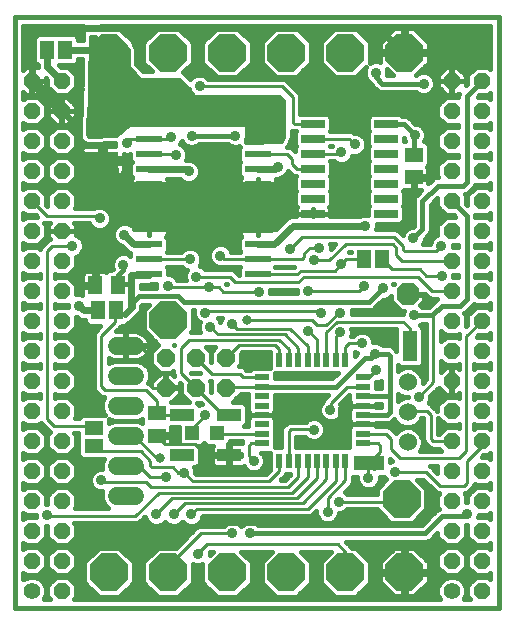
<source format=gtl>
G75*
%MOIN*%
%OFA0B0*%
%FSLAX24Y24*%
%IPPOS*%
%LPD*%
%AMOC8*
5,1,8,0,0,1.08239X$1,22.5*
%
%ADD10C,0.0160*%
%ADD11R,0.0500X0.0220*%
%ADD12R,0.0220X0.0500*%
%ADD13OC8,0.0600*%
%ADD14OC8,0.1250*%
%ADD15R,0.0472X0.0472*%
%ADD16C,0.0600*%
%ADD17C,0.0560*%
%ADD18OC8,0.0560*%
%ADD19R,0.0500X0.1000*%
%ADD20R,0.1000X0.0500*%
%ADD21R,0.0460X0.0630*%
%ADD22R,0.0866X0.0236*%
%ADD23R,0.0512X0.0591*%
%ADD24R,0.0800X0.0260*%
%ADD25R,0.0591X0.0512*%
%ADD26R,0.1063X0.0630*%
%ADD27C,0.0600*%
%ADD28OC8,0.0760*%
%ADD29R,0.0630X0.0460*%
%ADD30R,0.0787X0.0433*%
%ADD31C,0.0100*%
%ADD32C,0.0356*%
%ADD33C,0.0240*%
%ADD34C,0.0320*%
%ADD35C,0.0060*%
%ADD36OC8,0.0356*%
%ADD37C,0.0317*%
D10*
X001046Y000180D02*
X017188Y000180D01*
X017188Y019865D01*
X001046Y019865D01*
X001046Y000180D01*
X001326Y001123D02*
X001326Y001347D01*
X001418Y001255D01*
X001815Y001255D01*
X002097Y001536D01*
X002097Y001934D01*
X001815Y002215D01*
X001418Y002215D01*
X001326Y002123D01*
X001326Y002347D01*
X001418Y002255D01*
X001815Y002255D01*
X002097Y002536D01*
X002097Y002892D01*
X002137Y002892D01*
X002137Y002536D01*
X002418Y002255D01*
X002815Y002255D01*
X003097Y002536D01*
X003097Y002934D01*
X003041Y002990D01*
X005116Y002990D01*
X005207Y003028D01*
X005278Y003098D01*
X005387Y003207D01*
X005442Y003074D01*
X005548Y002967D01*
X005687Y002910D01*
X005838Y002910D01*
X005977Y002967D01*
X006056Y003047D01*
X006136Y002967D01*
X006275Y002910D01*
X006425Y002910D01*
X006564Y002967D01*
X006644Y003047D01*
X006723Y002967D01*
X006862Y002910D01*
X007013Y002910D01*
X007152Y002967D01*
X007258Y003074D01*
X007316Y003213D01*
X007316Y003230D01*
X010876Y003230D01*
X010967Y003268D01*
X011038Y003338D01*
X011101Y003401D01*
X011101Y003295D01*
X011158Y003157D01*
X011265Y003050D01*
X011404Y002993D01*
X011554Y002993D01*
X011693Y003050D01*
X011799Y003157D01*
X011857Y003295D01*
X011857Y003337D01*
X011926Y003337D01*
X012065Y003394D01*
X012136Y003465D01*
X013118Y003465D01*
X013118Y003454D01*
X013601Y002971D01*
X014285Y002971D01*
X014768Y003454D01*
X014768Y004138D01*
X014464Y004442D01*
X014667Y004442D01*
X015081Y004027D01*
X015173Y003989D01*
X015192Y003989D01*
X015137Y003934D01*
X015137Y003536D01*
X015188Y003485D01*
X015147Y003469D01*
X015068Y003390D01*
X014615Y002936D01*
X009159Y002936D01*
X009118Y002977D01*
X008979Y003034D01*
X008829Y003034D01*
X008690Y002977D01*
X008603Y002890D01*
X008512Y002981D01*
X008373Y003038D01*
X008223Y003038D01*
X008084Y002981D01*
X008013Y002910D01*
X007196Y002910D01*
X007105Y002872D01*
X006418Y002186D01*
X005822Y002186D01*
X005339Y001703D01*
X005339Y001019D01*
X005822Y000536D01*
X006506Y000536D01*
X006989Y001019D01*
X006989Y001646D01*
X007097Y001601D01*
X007247Y001601D01*
X007307Y001626D01*
X007307Y001019D01*
X007791Y000536D01*
X008474Y000536D01*
X008957Y001019D01*
X008957Y001703D01*
X008608Y002052D01*
X009625Y002052D01*
X009276Y001703D01*
X009276Y001019D01*
X009759Y000536D01*
X010443Y000536D01*
X010926Y001019D01*
X010926Y001703D01*
X010577Y002052D01*
X011594Y002052D01*
X011244Y001703D01*
X011244Y001019D01*
X011728Y000536D01*
X012411Y000536D01*
X012894Y001019D01*
X012894Y001703D01*
X012411Y002186D01*
X012284Y002186D01*
X012281Y002192D01*
X012211Y002262D01*
X012097Y002376D01*
X014787Y002376D01*
X014889Y002419D01*
X015137Y002666D01*
X015137Y002536D01*
X015418Y002255D01*
X015815Y002255D01*
X016097Y002536D01*
X016097Y002932D01*
X016137Y002932D01*
X016137Y002536D01*
X016418Y002255D01*
X016815Y002255D01*
X016908Y002347D01*
X016908Y002123D01*
X016815Y002215D01*
X016418Y002215D01*
X016137Y001934D01*
X016137Y001536D01*
X016418Y001255D01*
X016815Y001255D01*
X016908Y001347D01*
X016908Y001123D01*
X016815Y001215D01*
X016418Y001215D01*
X016137Y000934D01*
X016137Y000536D01*
X016213Y000460D01*
X016020Y000460D01*
X016024Y000463D01*
X016097Y000640D01*
X016097Y000831D01*
X016024Y001007D01*
X015889Y001142D01*
X015712Y001215D01*
X015521Y001215D01*
X015345Y001142D01*
X015210Y001007D01*
X015137Y000831D01*
X015137Y000640D01*
X015210Y000463D01*
X015213Y000460D01*
X003020Y000460D01*
X003097Y000536D01*
X003097Y000934D01*
X002815Y001215D01*
X002418Y001215D01*
X002137Y000934D01*
X002137Y000536D01*
X002213Y000460D01*
X002020Y000460D01*
X002024Y000463D01*
X002097Y000640D01*
X002097Y000831D01*
X002024Y001007D01*
X001889Y001142D01*
X001712Y001215D01*
X001521Y001215D01*
X001345Y001142D01*
X001326Y001123D01*
X001326Y001131D02*
X001334Y001131D01*
X001326Y001290D02*
X001383Y001290D01*
X001850Y001290D02*
X002383Y001290D01*
X002418Y001255D02*
X002815Y001255D01*
X003097Y001536D01*
X003097Y001934D01*
X002815Y002215D01*
X002418Y002215D01*
X002137Y001934D01*
X002137Y001536D01*
X002418Y001255D01*
X002334Y001131D02*
X001900Y001131D01*
X002038Y000973D02*
X002175Y000973D01*
X002137Y000814D02*
X002097Y000814D01*
X002097Y000656D02*
X002137Y000656D01*
X002176Y000497D02*
X002038Y000497D01*
X002900Y001131D02*
X003370Y001131D01*
X003370Y001019D02*
X003854Y000536D01*
X004537Y000536D01*
X005020Y001019D01*
X005020Y001703D01*
X004537Y002186D01*
X003854Y002186D01*
X003370Y001703D01*
X003370Y001019D01*
X003417Y000973D02*
X003058Y000973D01*
X003097Y000814D02*
X003576Y000814D01*
X003734Y000656D02*
X003097Y000656D01*
X003057Y000497D02*
X015196Y000497D01*
X015137Y000656D02*
X014471Y000656D01*
X014371Y000556D02*
X014843Y001028D01*
X014843Y001311D01*
X014088Y001311D01*
X014088Y000556D01*
X014371Y000556D01*
X014088Y000656D02*
X013988Y000656D01*
X013988Y000556D02*
X013704Y000556D01*
X013233Y001028D01*
X013233Y001311D01*
X013988Y001311D01*
X014088Y001311D01*
X014088Y001411D01*
X014843Y001411D01*
X014843Y001695D01*
X014371Y002166D01*
X014088Y002166D01*
X014088Y001411D01*
X013988Y001411D01*
X013988Y001311D01*
X013988Y000556D01*
X013988Y000814D02*
X014088Y000814D01*
X014088Y000973D02*
X013988Y000973D01*
X013988Y001131D02*
X014088Y001131D01*
X014088Y001290D02*
X013988Y001290D01*
X013988Y001411D02*
X013233Y001411D01*
X013233Y001695D01*
X013704Y002166D01*
X013988Y002166D01*
X013988Y001411D01*
X013988Y001448D02*
X014088Y001448D01*
X014088Y001607D02*
X013988Y001607D01*
X013988Y001765D02*
X014088Y001765D01*
X014088Y001924D02*
X013988Y001924D01*
X013988Y002082D02*
X014088Y002082D01*
X014455Y002082D02*
X015285Y002082D01*
X015418Y002215D02*
X015137Y001934D01*
X015137Y001536D01*
X015418Y001255D01*
X015815Y001255D01*
X016097Y001536D01*
X016097Y001934D01*
X015815Y002215D01*
X015418Y002215D01*
X015274Y002399D02*
X014841Y002399D01*
X015028Y002558D02*
X015137Y002558D01*
X014731Y002656D02*
X015306Y003231D01*
X016058Y003231D01*
X016136Y003310D01*
X016137Y003688D02*
X016097Y003688D01*
X016097Y003934D01*
X016042Y003989D01*
X016072Y003989D01*
X016164Y004027D01*
X016234Y004097D01*
X016336Y004200D01*
X016375Y004292D01*
X016375Y004298D01*
X016418Y004255D01*
X016815Y004255D01*
X016908Y004347D01*
X016908Y004123D01*
X016815Y004215D01*
X016418Y004215D01*
X016137Y003934D01*
X016137Y003688D01*
X016137Y003826D02*
X016097Y003826D01*
X016047Y003984D02*
X016187Y003984D01*
X016279Y004143D02*
X016345Y004143D01*
X016861Y004301D02*
X016908Y004301D01*
X016908Y004143D02*
X016888Y004143D01*
X016908Y003347D02*
X016908Y003123D01*
X016815Y003215D01*
X016506Y003215D01*
X016514Y003235D01*
X016514Y003255D01*
X016815Y003255D01*
X016908Y003347D01*
X016908Y003192D02*
X016839Y003192D01*
X016137Y002875D02*
X016097Y002875D01*
X016097Y002716D02*
X016137Y002716D01*
X016137Y002558D02*
X016097Y002558D01*
X015959Y002399D02*
X016274Y002399D01*
X016285Y002082D02*
X015949Y002082D01*
X016097Y001924D02*
X016137Y001924D01*
X016137Y001765D02*
X016097Y001765D01*
X016097Y001607D02*
X016137Y001607D01*
X016225Y001448D02*
X016008Y001448D01*
X015850Y001290D02*
X016383Y001290D01*
X016334Y001131D02*
X015900Y001131D01*
X016038Y000973D02*
X016175Y000973D01*
X016137Y000814D02*
X016097Y000814D01*
X016097Y000656D02*
X016137Y000656D01*
X016176Y000497D02*
X016038Y000497D01*
X015334Y001131D02*
X014843Y001131D01*
X014843Y001290D02*
X015383Y001290D01*
X015225Y001448D02*
X014843Y001448D01*
X014843Y001607D02*
X015137Y001607D01*
X015137Y001765D02*
X014772Y001765D01*
X014614Y001924D02*
X015137Y001924D01*
X014731Y002656D02*
X008904Y002656D01*
X008825Y003033D02*
X008386Y003033D01*
X008209Y003033D02*
X007217Y003033D01*
X007307Y003192D02*
X011144Y003192D01*
X011101Y003350D02*
X011049Y003350D01*
X011306Y003033D02*
X008983Y003033D01*
X008737Y001924D02*
X009497Y001924D01*
X009338Y001765D02*
X008895Y001765D01*
X008957Y001607D02*
X009276Y001607D01*
X009276Y001448D02*
X008957Y001448D01*
X008957Y001290D02*
X009276Y001290D01*
X009276Y001131D02*
X008957Y001131D01*
X008911Y000973D02*
X009323Y000973D01*
X009481Y000814D02*
X008752Y000814D01*
X008594Y000656D02*
X009640Y000656D01*
X010562Y000656D02*
X011608Y000656D01*
X011450Y000814D02*
X010721Y000814D01*
X010879Y000973D02*
X011291Y000973D01*
X011244Y001131D02*
X010926Y001131D01*
X010926Y001290D02*
X011244Y001290D01*
X011244Y001448D02*
X010926Y001448D01*
X010926Y001607D02*
X011244Y001607D01*
X011307Y001765D02*
X010864Y001765D01*
X010705Y001924D02*
X011465Y001924D01*
X012211Y002262D02*
X012211Y002262D01*
X012233Y002241D02*
X016908Y002241D01*
X016908Y001290D02*
X016850Y001290D01*
X016900Y001131D02*
X016908Y001131D01*
X015195Y000973D02*
X014788Y000973D01*
X014629Y000814D02*
X015137Y000814D01*
X013605Y000656D02*
X012531Y000656D01*
X012689Y000814D02*
X013447Y000814D01*
X013288Y000973D02*
X012848Y000973D01*
X012894Y001131D02*
X013233Y001131D01*
X013233Y001290D02*
X012894Y001290D01*
X012894Y001448D02*
X013233Y001448D01*
X013233Y001607D02*
X012894Y001607D01*
X012832Y001765D02*
X013303Y001765D01*
X013462Y001924D02*
X012674Y001924D01*
X012515Y002082D02*
X013620Y002082D01*
X013539Y003033D02*
X011652Y003033D01*
X011814Y003192D02*
X013380Y003192D01*
X013222Y003350D02*
X011958Y003350D01*
X012106Y003000D02*
X012911Y003000D01*
X014546Y003000D01*
X014711Y003033D02*
X014347Y003033D01*
X014505Y003192D02*
X014870Y003192D01*
X015028Y003350D02*
X014664Y003350D01*
X014768Y003509D02*
X015164Y003509D01*
X015137Y003667D02*
X014768Y003667D01*
X014768Y003826D02*
X015137Y003826D01*
X015187Y003984D02*
X014768Y003984D01*
X014763Y004143D02*
X014966Y004143D01*
X014807Y004301D02*
X014604Y004301D01*
X014982Y004833D02*
X014912Y004904D01*
X014897Y004910D01*
X015137Y004910D01*
X015137Y004679D01*
X014982Y004833D01*
X015039Y004777D02*
X015137Y004777D01*
X015263Y005410D02*
X014566Y005410D01*
X014568Y005413D01*
X014644Y005596D01*
X014644Y005795D01*
X014568Y005979D01*
X014427Y006120D01*
X014244Y006196D01*
X014427Y006272D01*
X014568Y006413D01*
X014601Y006493D01*
X014672Y006493D01*
X014672Y005764D01*
X014710Y005672D01*
X014780Y005602D01*
X014859Y005523D01*
X014951Y005485D01*
X015188Y005485D01*
X015263Y005410D01*
X015262Y005411D02*
X014566Y005411D01*
X014633Y005569D02*
X014813Y005569D01*
X014687Y005728D02*
X014644Y005728D01*
X014672Y005886D02*
X014607Y005886D01*
X014672Y006045D02*
X014503Y006045D01*
X014532Y006208D02*
X014400Y006196D01*
X013743Y006196D01*
X013648Y006290D01*
X012657Y006290D01*
X012227Y006290D01*
X012227Y006188D01*
X012207Y006168D01*
X012207Y005523D01*
X010430Y005523D01*
X010430Y005883D01*
X010718Y005883D01*
X010803Y005798D01*
X010942Y005741D01*
X011092Y005741D01*
X011231Y005798D01*
X011337Y005904D01*
X011395Y006043D01*
X011395Y006194D01*
X011337Y006333D01*
X011231Y006439D01*
X011092Y006497D01*
X010942Y006497D01*
X010803Y006439D01*
X010746Y006383D01*
X010201Y006383D01*
X010109Y006345D01*
X010039Y006274D01*
X010038Y006274D01*
X009968Y006204D01*
X009930Y006112D01*
X009930Y005523D01*
X009727Y005523D01*
X009727Y006483D01*
X009707Y006503D01*
X009707Y006605D01*
X009277Y006605D01*
X008847Y006605D01*
X008847Y006503D01*
X008827Y006483D01*
X008827Y006225D01*
X008702Y006225D01*
X008787Y006310D01*
X008787Y006909D01*
X008670Y007026D01*
X008311Y007026D01*
X008585Y007300D01*
X008827Y007300D01*
X008827Y007113D01*
X008827Y006727D01*
X008847Y006707D01*
X008847Y006605D01*
X009277Y006605D01*
X009277Y006605D01*
X009277Y006605D01*
X011231Y006605D01*
X011546Y006290D01*
X012657Y006290D01*
X012657Y006290D01*
X012657Y006290D01*
X013087Y006290D01*
X013087Y006225D01*
X013480Y006225D01*
X013572Y006187D01*
X013727Y006032D01*
X013750Y006009D01*
X013861Y006120D01*
X014045Y006196D01*
X014244Y006196D01*
X014045Y006196D01*
X013861Y006272D01*
X013720Y006413D01*
X013702Y006456D01*
X013700Y006454D01*
X013700Y006454D01*
X013614Y006368D01*
X013511Y006325D01*
X013087Y006325D01*
X013087Y006290D01*
X012657Y006290D01*
X011979Y006290D01*
X011896Y006373D01*
X011896Y006830D01*
X011987Y006920D01*
X012657Y006920D01*
X012227Y006920D01*
X012227Y006818D01*
X012207Y006798D01*
X012207Y006412D01*
X012227Y006392D01*
X012227Y006290D01*
X012657Y006290D01*
X012657Y006605D02*
X013455Y006605D01*
X013542Y006692D01*
X013542Y007211D01*
X013542Y008586D01*
X013476Y008652D01*
X013058Y008652D01*
X012916Y008511D01*
X012715Y008511D01*
X011754Y007550D01*
X009277Y007550D01*
X008827Y007154D02*
X008440Y007154D01*
X008585Y007300D02*
X008585Y007300D01*
X008700Y006996D02*
X008827Y006996D01*
X008827Y006837D02*
X008787Y006837D01*
X008787Y006679D02*
X008847Y006679D01*
X008847Y006520D02*
X008787Y006520D01*
X008787Y006362D02*
X008827Y006362D01*
X009277Y006605D02*
X009707Y006605D01*
X009707Y006707D01*
X009727Y006727D01*
X009727Y007270D01*
X011497Y007270D01*
X011364Y007137D01*
X011336Y007070D01*
X011245Y006979D01*
X011188Y006840D01*
X011188Y006690D01*
X011245Y006551D01*
X011352Y006444D01*
X011491Y006387D01*
X011641Y006387D01*
X011780Y006444D01*
X011886Y006551D01*
X011944Y006690D01*
X011944Y006840D01*
X011894Y006960D01*
X012207Y007273D01*
X012207Y007042D01*
X012227Y007022D01*
X012227Y006920D01*
X012657Y006920D01*
X012657Y006920D01*
X012657Y006920D01*
X013087Y006920D01*
X013087Y006885D01*
X013262Y006885D01*
X013262Y006955D01*
X013087Y006955D01*
X013087Y006920D01*
X012657Y006920D01*
X012641Y006904D01*
X012657Y007235D02*
X013518Y007235D01*
X013542Y007211D01*
X013822Y007154D02*
X013944Y007154D01*
X013861Y007120D02*
X014045Y007196D01*
X014142Y007196D01*
X014142Y007196D01*
X014045Y007196D01*
X013861Y007272D01*
X013822Y007311D01*
X013822Y007080D01*
X013861Y007120D01*
X014191Y006743D02*
X014144Y006696D01*
X013771Y006362D02*
X013599Y006362D01*
X013534Y006203D02*
X014027Y006203D01*
X013786Y006045D02*
X013715Y006045D01*
X014261Y006203D02*
X014672Y006203D01*
X014672Y006362D02*
X014517Y006362D01*
X014842Y006993D02*
X014933Y006955D01*
X015004Y006885D01*
X015134Y006755D01*
X015137Y006747D01*
X015137Y006934D01*
X015418Y007215D01*
X015815Y007215D01*
X015856Y007175D01*
X015856Y007324D01*
X015807Y007275D01*
X015627Y007275D01*
X015627Y007725D01*
X015607Y007725D01*
X015607Y007275D01*
X015426Y007275D01*
X015186Y007516D01*
X014898Y007228D01*
X014898Y007128D01*
X014842Y006993D01*
X014843Y006996D02*
X015198Y006996D01*
X015137Y006837D02*
X015051Y006837D01*
X014898Y007154D02*
X015357Y007154D01*
X015389Y007313D02*
X014983Y007313D01*
X015141Y007471D02*
X015230Y007471D01*
X015607Y007471D02*
X015627Y007471D01*
X015627Y007313D02*
X015607Y007313D01*
X015845Y007313D02*
X015856Y007313D01*
X015627Y007630D02*
X015607Y007630D01*
X015607Y007745D02*
X015607Y008195D01*
X015426Y008195D01*
X015256Y008025D01*
X015256Y008417D01*
X015418Y008255D01*
X015815Y008255D01*
X015856Y008295D01*
X015856Y008147D01*
X015807Y008195D01*
X015627Y008195D01*
X015627Y007745D01*
X015607Y007745D01*
X015607Y007788D02*
X015627Y007788D01*
X015627Y007947D02*
X015607Y007947D01*
X015607Y008105D02*
X015627Y008105D01*
X015824Y008264D02*
X015856Y008264D01*
X015409Y008264D02*
X015256Y008264D01*
X015256Y008105D02*
X015336Y008105D01*
X014756Y008105D02*
X014442Y008105D01*
X014427Y008120D02*
X014568Y007979D01*
X014644Y007795D01*
X014644Y007681D01*
X014756Y007793D01*
X014756Y009648D01*
X014623Y009648D01*
X014583Y009607D01*
X014561Y009598D01*
X014674Y009486D01*
X014674Y008320D01*
X014556Y008203D01*
X013891Y008203D01*
X013822Y008272D01*
X013822Y008080D01*
X013861Y008120D01*
X014045Y008196D01*
X014244Y008196D01*
X014427Y008120D01*
X014582Y007947D02*
X014756Y007947D01*
X014751Y007788D02*
X014644Y007788D01*
X014617Y008264D02*
X014756Y008264D01*
X014756Y008422D02*
X014674Y008422D01*
X014674Y008581D02*
X014756Y008581D01*
X014756Y008739D02*
X014674Y008739D01*
X014674Y008898D02*
X014756Y008898D01*
X014756Y009056D02*
X014674Y009056D01*
X014674Y009215D02*
X014756Y009215D01*
X014756Y009373D02*
X014674Y009373D01*
X014628Y009532D02*
X014756Y009532D01*
X014967Y009928D02*
X014369Y009928D01*
X014623Y010208D02*
X014583Y010249D01*
X014561Y010258D01*
X014704Y010401D01*
X014704Y010613D01*
X014164Y010613D01*
X014164Y010653D01*
X014699Y010653D01*
X014829Y010523D01*
X014921Y010485D01*
X015140Y010485D01*
X015119Y010476D01*
X014851Y010208D01*
X014623Y010208D01*
X014627Y010324D02*
X014967Y010324D01*
X015134Y010483D02*
X014704Y010483D01*
X014711Y010641D02*
X014164Y010641D01*
X013690Y010970D02*
X013673Y010954D01*
X013667Y010970D01*
X013690Y010970D01*
X013678Y010958D02*
X013671Y010958D01*
X013315Y010831D02*
X012864Y010380D01*
X006686Y010380D01*
X006506Y010560D01*
X005187Y010560D01*
X005007Y010380D01*
X004947Y010440D01*
X005267Y010244D02*
X005303Y010280D01*
X005511Y010280D01*
X005344Y010113D01*
X005344Y009430D01*
X005822Y008951D01*
X005585Y008714D01*
X005585Y008300D01*
X005878Y008007D01*
X006292Y008007D01*
X006339Y008054D01*
X006339Y007953D01*
X006354Y007916D01*
X006284Y007987D01*
X006105Y007987D01*
X006105Y007527D01*
X006065Y007527D01*
X006065Y007987D01*
X005886Y007987D01*
X005605Y007706D01*
X005605Y007614D01*
X005567Y007652D01*
X005501Y007680D01*
X005554Y007809D01*
X005554Y008008D01*
X005478Y008192D01*
X005338Y008332D01*
X005154Y008408D01*
X004355Y008408D01*
X004176Y008334D01*
X004176Y008517D01*
X004203Y008498D01*
X004270Y008464D01*
X004342Y008440D01*
X004417Y008428D01*
X004734Y008428D01*
X004734Y008888D01*
X004774Y008888D01*
X004774Y008428D01*
X005092Y008428D01*
X005167Y008440D01*
X005239Y008464D01*
X005306Y008498D01*
X005367Y008542D01*
X005421Y008596D01*
X005465Y008657D01*
X005499Y008724D01*
X005523Y008796D01*
X005534Y008871D01*
X005534Y008888D01*
X004774Y008888D01*
X004774Y008928D01*
X004734Y008928D01*
X004734Y009388D01*
X004428Y009388D01*
X004547Y009508D01*
X004614Y009574D01*
X004737Y009574D01*
X004819Y009656D01*
X004896Y009688D01*
X005129Y009921D01*
X005219Y010011D01*
X005267Y010128D01*
X005267Y010244D01*
X005267Y010166D02*
X005396Y010166D01*
X005344Y010007D02*
X005215Y010007D01*
X005344Y009849D02*
X005057Y009849D01*
X004898Y009690D02*
X005344Y009690D01*
X005344Y009532D02*
X004571Y009532D01*
X004734Y009373D02*
X004774Y009373D01*
X004774Y009388D02*
X004774Y008928D01*
X005534Y008928D01*
X005534Y008946D01*
X005523Y009021D01*
X005499Y009093D01*
X005465Y009160D01*
X005421Y009221D01*
X005367Y009274D01*
X005306Y009319D01*
X005239Y009353D01*
X005167Y009377D01*
X005092Y009388D01*
X004774Y009388D01*
X004774Y009215D02*
X004734Y009215D01*
X004734Y009056D02*
X004774Y009056D01*
X004774Y008898D02*
X005769Y008898D01*
X005718Y009056D02*
X005511Y009056D01*
X005559Y009215D02*
X005425Y009215D01*
X005401Y009373D02*
X005178Y009373D01*
X005504Y008739D02*
X005610Y008739D01*
X005585Y008581D02*
X005405Y008581D01*
X005585Y008422D02*
X004176Y008422D01*
X003676Y008422D02*
X002982Y008422D01*
X003097Y008536D02*
X003097Y008934D01*
X002815Y009215D01*
X002418Y009215D01*
X002376Y009173D01*
X002376Y009297D01*
X002418Y009255D01*
X002815Y009255D01*
X003097Y009536D01*
X003097Y009881D01*
X003116Y009873D01*
X003117Y009873D01*
X003172Y009818D01*
X003289Y009769D01*
X003395Y009769D01*
X003395Y009692D01*
X003512Y009574D01*
X003907Y009574D01*
X003714Y009382D01*
X003676Y009290D01*
X003676Y007510D01*
X003714Y007418D01*
X003784Y007348D01*
X003904Y007228D01*
X003996Y007190D01*
X004030Y007190D01*
X003954Y007008D01*
X003954Y006809D01*
X004031Y006625D01*
X004046Y006610D01*
X003288Y006610D01*
X003171Y006493D01*
X003171Y006490D01*
X003050Y006490D01*
X003097Y006536D01*
X003097Y006934D01*
X002815Y007215D01*
X002418Y007215D01*
X002376Y007173D01*
X002376Y007297D01*
X002418Y007255D01*
X002815Y007255D01*
X003097Y007536D01*
X003097Y007934D01*
X002815Y008215D01*
X002418Y008215D01*
X002376Y008173D01*
X002376Y008297D01*
X002418Y008255D01*
X002815Y008255D01*
X003097Y008536D01*
X003097Y008581D02*
X003676Y008581D01*
X003676Y008739D02*
X003097Y008739D01*
X003097Y008898D02*
X003676Y008898D01*
X003676Y009056D02*
X002975Y009056D01*
X002816Y009215D02*
X003676Y009215D01*
X003710Y009373D02*
X002933Y009373D01*
X003092Y009532D02*
X003864Y009532D01*
X003396Y009690D02*
X003097Y009690D01*
X003097Y009849D02*
X003141Y009849D01*
X002813Y010215D02*
X002813Y010255D01*
X002418Y010255D01*
X002376Y010297D01*
X002376Y010173D01*
X002418Y010215D01*
X002813Y010215D01*
X003097Y010621D02*
X003097Y010934D01*
X002815Y011215D01*
X002418Y011215D01*
X002376Y011173D01*
X002376Y011297D01*
X002418Y011255D01*
X002815Y011255D01*
X003097Y011536D01*
X003097Y011885D01*
X003180Y011919D01*
X003286Y012026D01*
X003344Y012165D01*
X003344Y012315D01*
X003286Y012454D01*
X003180Y012561D01*
X003077Y012603D01*
X003077Y012725D01*
X002627Y012725D01*
X002627Y012745D01*
X003077Y012745D01*
X003077Y012926D01*
X003009Y012993D01*
X003535Y012993D01*
X003556Y012942D01*
X003662Y012836D01*
X003801Y012778D01*
X003952Y012778D01*
X004091Y012836D01*
X004197Y012942D01*
X004255Y013081D01*
X004255Y013232D01*
X004197Y013371D01*
X004091Y013477D01*
X003952Y013534D01*
X003801Y013534D01*
X003701Y013493D01*
X003053Y013493D01*
X003097Y013536D01*
X003097Y013934D01*
X002815Y014215D01*
X002418Y014215D01*
X002137Y013934D01*
X002137Y013569D01*
X002097Y013609D01*
X002097Y013934D01*
X001815Y014215D01*
X001418Y014215D01*
X001326Y014123D01*
X001326Y014347D01*
X001418Y014255D01*
X001815Y014255D01*
X002097Y014536D01*
X002097Y014934D01*
X001815Y015215D01*
X001418Y015215D01*
X001326Y015123D01*
X001326Y015347D01*
X001418Y015255D01*
X001815Y015255D01*
X002097Y015536D01*
X002097Y015934D01*
X001815Y016215D01*
X001418Y016215D01*
X001326Y016123D01*
X001326Y016347D01*
X001326Y016347D01*
X001418Y016255D01*
X001815Y016255D01*
X002097Y016536D01*
X002097Y016934D01*
X001815Y017215D01*
X001418Y017215D01*
X001326Y017123D01*
X001326Y017375D01*
X001426Y017275D01*
X001607Y017275D01*
X001607Y017725D01*
X001627Y017725D01*
X001627Y017745D01*
X002077Y017745D01*
X002077Y017823D01*
X002137Y017763D01*
X002137Y017536D01*
X002418Y017255D01*
X002815Y017255D01*
X003097Y017536D01*
X003097Y017934D01*
X002815Y018215D01*
X002589Y018215D01*
X002537Y018267D01*
X003048Y018267D01*
X003166Y018385D01*
X003166Y018462D01*
X003301Y018462D01*
X003256Y016606D01*
X003236Y016586D01*
X003236Y015790D01*
X003353Y015673D01*
X003378Y015673D01*
X003378Y015673D01*
X003388Y015669D01*
X003397Y015662D01*
X003440Y015649D01*
X003482Y015633D01*
X003493Y015633D01*
X003504Y015630D01*
X003549Y015635D01*
X004400Y015659D01*
X004400Y015585D01*
X004402Y015580D01*
X004045Y015580D01*
X004045Y015163D01*
X004679Y015163D01*
X004679Y015292D01*
X004703Y015282D01*
X004853Y015282D01*
X004901Y015302D01*
X004901Y015087D01*
X004950Y015038D01*
X004901Y014989D01*
X004901Y014587D01*
X004964Y014524D01*
X004957Y014517D01*
X004933Y014476D01*
X004921Y014430D01*
X004921Y014288D01*
X004921Y014146D01*
X004933Y014101D01*
X004957Y014060D01*
X004978Y014038D01*
X004957Y014017D01*
X004933Y013976D01*
X004921Y013930D01*
X004921Y013788D01*
X004921Y013646D01*
X004933Y013601D01*
X004957Y013560D01*
X004978Y013538D01*
X004957Y013517D01*
X004933Y013476D01*
X004921Y013430D01*
X004921Y013288D01*
X004921Y013146D01*
X004933Y013101D01*
X004957Y013060D01*
X004978Y013038D01*
X004957Y013017D01*
X004933Y012976D01*
X004921Y012930D01*
X004921Y012930D01*
X004915Y012936D01*
X004776Y012993D01*
X004626Y012993D01*
X004487Y012936D01*
X004380Y012829D01*
X004323Y012690D01*
X004323Y012540D01*
X004380Y012401D01*
X004487Y012294D01*
X004626Y012237D01*
X004846Y012017D01*
X004905Y011993D01*
X004901Y011989D01*
X004901Y011920D01*
X004885Y011936D01*
X004746Y011993D01*
X004596Y011993D01*
X004457Y011936D01*
X004350Y011829D01*
X004293Y011690D01*
X004293Y011540D01*
X004316Y011484D01*
X004259Y011427D01*
X004146Y011427D01*
X004095Y011376D01*
X004062Y011395D01*
X004016Y011407D01*
X003785Y011407D01*
X003785Y010980D01*
X003689Y010980D01*
X003689Y011407D01*
X003457Y011407D01*
X003411Y011395D01*
X003370Y011371D01*
X003337Y011338D01*
X003313Y011296D01*
X003301Y011251D01*
X003301Y010980D01*
X003689Y010980D01*
X003689Y010884D01*
X003301Y010884D01*
X003301Y010615D01*
X003267Y010629D01*
X003116Y010629D01*
X003097Y010621D01*
X003097Y010641D02*
X003301Y010641D01*
X003301Y010800D02*
X003097Y010800D01*
X003073Y010958D02*
X003689Y010958D01*
X003737Y010932D02*
X003746Y010941D01*
X003746Y012300D01*
X003754Y012291D01*
X004310Y012291D01*
X004314Y012295D01*
X004314Y012975D01*
X004310Y012971D01*
X004314Y012975D02*
X004314Y013343D01*
X004329Y013359D01*
X004315Y013359D01*
X004315Y014737D01*
X003967Y015086D01*
X004764Y014288D01*
X005534Y014288D01*
X005534Y013788D01*
X005534Y013288D01*
X005534Y012788D01*
X005534Y012608D01*
X005534Y012608D01*
X005534Y012788D01*
X005534Y012788D01*
X005534Y012788D01*
X006147Y012788D01*
X006147Y012646D01*
X006135Y012601D01*
X006111Y012560D01*
X006104Y012552D01*
X006167Y012489D01*
X006167Y012087D01*
X006118Y012038D01*
X006118Y012038D01*
X006594Y012038D01*
X006677Y012121D01*
X006816Y012178D01*
X006966Y012178D01*
X007105Y012121D01*
X007211Y012014D01*
X007269Y011875D01*
X007269Y011725D01*
X007211Y011586D01*
X007211Y011586D01*
X007320Y011541D01*
X007391Y011470D01*
X008266Y011470D01*
X008357Y011432D01*
X008509Y011280D01*
X008523Y011280D01*
X008523Y011489D01*
X008572Y011538D01*
X007979Y011538D01*
X007975Y011537D01*
X007825Y011537D01*
X007686Y011594D01*
X007580Y011701D01*
X007522Y011840D01*
X007522Y011990D01*
X007580Y012129D01*
X007686Y012236D01*
X007825Y012293D01*
X007975Y012293D01*
X008114Y012236D01*
X008221Y012129D01*
X008258Y012038D01*
X008572Y012038D01*
X008523Y012087D01*
X008523Y012489D01*
X008586Y012552D01*
X008579Y012560D01*
X008555Y012601D01*
X008543Y012646D01*
X008543Y012788D01*
X009156Y012788D01*
X009156Y012608D01*
X009156Y012608D01*
X009156Y012788D01*
X009156Y012788D01*
X009156Y012788D01*
X009742Y012788D01*
X009742Y012788D01*
X009156Y012788D01*
X009156Y012788D01*
X005534Y012788D01*
X005038Y012788D01*
X005038Y012788D01*
X005534Y012788D01*
X005534Y012788D01*
X005534Y013288D01*
X005534Y013288D01*
X005534Y013086D01*
X005534Y012788D01*
X006147Y012788D01*
X006147Y012930D01*
X006135Y012976D01*
X006111Y013017D01*
X006090Y013038D01*
X006111Y013060D01*
X006135Y013101D01*
X006147Y013146D01*
X006147Y013288D01*
X005534Y013288D01*
X005534Y013288D01*
X004921Y013288D01*
X005534Y013288D01*
X005534Y013288D01*
X005534Y013788D01*
X005534Y013788D01*
X005534Y013586D01*
X005534Y013288D01*
X006147Y013288D01*
X006147Y013430D01*
X006135Y013476D01*
X006111Y013517D01*
X006090Y013538D01*
X006111Y013560D01*
X006135Y013601D01*
X006147Y013646D01*
X006147Y013788D01*
X005534Y013788D01*
X005534Y013788D01*
X004921Y013788D01*
X005534Y013788D01*
X005534Y013788D01*
X005546Y013776D01*
X005546Y013680D01*
X005534Y013653D02*
X005534Y013653D01*
X005534Y013788D02*
X005534Y014288D01*
X005534Y014288D01*
X005534Y013990D01*
X005534Y013788D01*
X005534Y013859D01*
X005534Y013811D02*
X005534Y013811D01*
X005534Y013788D02*
X005534Y013788D01*
X006147Y013788D01*
X006147Y013930D01*
X006135Y013976D01*
X006111Y014017D01*
X006090Y014038D01*
X006111Y014060D01*
X006135Y014101D01*
X006147Y014146D01*
X006147Y014288D01*
X005534Y014288D01*
X005534Y014288D01*
X004921Y014288D01*
X005534Y014288D01*
X005534Y014288D01*
X009156Y014288D01*
X009156Y014288D01*
X009156Y013788D01*
X009156Y013788D01*
X009156Y013586D01*
X009156Y013288D01*
X009156Y013288D01*
X009156Y012788D01*
X008543Y012788D01*
X008543Y012930D01*
X008555Y012976D01*
X008579Y013017D01*
X008600Y013038D01*
X008579Y013060D01*
X008555Y013101D01*
X008543Y013146D01*
X008543Y013288D01*
X009156Y013288D01*
X009156Y012990D01*
X009156Y012788D01*
X009156Y012788D01*
X009156Y012860D02*
X009156Y012860D01*
X009156Y012702D02*
X009156Y012702D01*
X009156Y013019D02*
X009156Y013019D01*
X009156Y013177D02*
X009156Y013177D01*
X009156Y013288D02*
X009156Y013288D01*
X009156Y013288D01*
X009769Y013288D01*
X009769Y013146D01*
X009757Y013101D01*
X009733Y013060D01*
X009712Y013038D01*
X009733Y013017D01*
X009757Y012976D01*
X009769Y012930D01*
X009769Y012816D01*
X010040Y013086D01*
X010130Y013176D01*
X010247Y013225D01*
X010412Y013225D01*
X010412Y013306D01*
X010992Y013306D01*
X010992Y013306D01*
X010412Y013306D01*
X010412Y013460D01*
X010425Y013505D01*
X010445Y013541D01*
X010392Y013593D01*
X010392Y014019D01*
X010430Y014056D01*
X010392Y014093D01*
X010392Y014519D01*
X010430Y014556D01*
X010430Y014556D01*
X010400Y014556D01*
X010308Y014594D01*
X010168Y014735D01*
X010141Y014671D01*
X010035Y014564D01*
X009896Y014507D01*
X009881Y014507D01*
X009788Y014468D01*
X009759Y014468D01*
X009769Y014430D01*
X009769Y014288D01*
X009156Y014288D01*
X009156Y013990D01*
X009156Y013788D01*
X009156Y013288D01*
X009174Y013306D01*
X009174Y013771D01*
X009156Y013788D01*
X008543Y013788D01*
X008543Y013646D01*
X008555Y013601D01*
X008579Y013560D01*
X008600Y013538D01*
X008579Y013517D01*
X008555Y013476D01*
X008543Y013430D01*
X008543Y013288D01*
X009156Y013288D01*
X009769Y013288D01*
X009769Y013430D01*
X009757Y013476D01*
X009733Y013517D01*
X009712Y013538D01*
X009733Y013560D01*
X009757Y013601D01*
X009769Y013646D01*
X009769Y013788D01*
X009156Y013788D01*
X009156Y013788D01*
X009156Y013788D01*
X009156Y014288D01*
X008543Y014288D01*
X008543Y014146D01*
X008555Y014101D01*
X008579Y014060D01*
X008600Y014038D01*
X008579Y014017D01*
X008555Y013976D01*
X008543Y013930D01*
X008543Y013788D01*
X009156Y013788D01*
X009769Y013788D01*
X009769Y013930D01*
X009757Y013976D01*
X009733Y014017D01*
X009712Y014038D01*
X009733Y014060D01*
X009757Y014101D01*
X009769Y014146D01*
X009769Y014288D01*
X009156Y014288D01*
X009156Y014288D01*
X009156Y014288D01*
X008543Y014288D01*
X008543Y014430D01*
X008555Y014476D01*
X008579Y014517D01*
X008586Y014524D01*
X008523Y014587D01*
X008523Y014989D01*
X008572Y015038D01*
X008523Y015087D01*
X008523Y015489D01*
X008559Y015525D01*
X008532Y015551D01*
X008530Y015557D01*
X008475Y015534D01*
X008325Y015534D01*
X008186Y015592D01*
X008145Y015632D01*
X007196Y015632D01*
X007156Y015592D01*
X007017Y015534D01*
X006866Y015534D01*
X006728Y015592D01*
X006621Y015698D01*
X006609Y015728D01*
X006581Y015661D01*
X006557Y015636D01*
X006630Y015606D01*
X006736Y015499D01*
X006794Y015360D01*
X006794Y015210D01*
X006752Y015108D01*
X006848Y015108D01*
X006865Y015101D01*
X006925Y015101D01*
X007064Y015043D01*
X007170Y014937D01*
X007228Y014798D01*
X007228Y014648D01*
X007170Y014509D01*
X007064Y014402D01*
X006925Y014345D01*
X006774Y014345D01*
X006636Y014402D01*
X006570Y014468D01*
X006137Y014468D01*
X006147Y014430D01*
X006147Y014288D01*
X005534Y014288D01*
X005534Y014287D02*
X005534Y014287D01*
X005534Y014180D02*
X005534Y014180D01*
X005534Y014128D02*
X005534Y014128D01*
X005534Y013970D02*
X005534Y013970D01*
X005534Y013494D02*
X005534Y013494D01*
X005534Y013336D02*
X005534Y013336D01*
X005534Y013288D02*
X005534Y013288D01*
X005534Y013177D02*
X005534Y013177D01*
X005534Y013019D02*
X005534Y013019D01*
X005534Y012860D02*
X005534Y012860D01*
X005534Y012788D02*
X005534Y012788D01*
X005534Y012702D02*
X005534Y012702D01*
X005233Y012793D02*
X003979Y013727D01*
X003345Y013727D01*
X003247Y013826D01*
X003282Y015322D01*
X003436Y015290D01*
X003853Y015302D01*
X003873Y015271D01*
X004306Y015231D01*
X004520Y014285D01*
X009692Y014305D01*
X009846Y014302D01*
X010108Y014303D01*
X010338Y014046D01*
X010403Y013479D01*
X009591Y012763D01*
X005233Y012793D01*
X005143Y012860D02*
X009701Y012860D01*
X009769Y012860D02*
X009813Y012860D01*
X009881Y013019D02*
X004930Y013019D01*
X004959Y013019D02*
X004229Y013019D01*
X004255Y013177D02*
X004921Y013177D01*
X004921Y013336D02*
X004212Y013336D01*
X004314Y013343D02*
X004314Y013361D01*
X004315Y013359D01*
X004292Y013494D02*
X010402Y013494D01*
X010422Y013494D02*
X009746Y013494D01*
X009769Y013336D02*
X010412Y013336D01*
X010240Y013336D02*
X004505Y013336D01*
X004718Y013177D02*
X010061Y013177D01*
X010131Y013177D02*
X009769Y013177D01*
X009732Y013019D02*
X009972Y013019D01*
X009769Y013653D02*
X010392Y013653D01*
X010384Y013653D02*
X004079Y013653D01*
X004049Y013494D02*
X004944Y013494D01*
X004921Y013653D02*
X003097Y013653D01*
X003097Y013811D02*
X004921Y013811D01*
X004931Y013970D02*
X003061Y013970D01*
X003250Y013970D02*
X010347Y013970D01*
X010392Y013970D02*
X009759Y013970D01*
X009764Y014128D02*
X010392Y014128D01*
X010265Y014128D02*
X003254Y014128D01*
X003258Y014287D02*
X004520Y014287D01*
X004484Y014445D02*
X003261Y014445D01*
X003265Y014604D02*
X004448Y014604D01*
X004522Y014591D02*
X004568Y014603D01*
X004609Y014627D01*
X004643Y014660D01*
X004666Y014701D01*
X004679Y014747D01*
X004679Y015008D01*
X004045Y015008D01*
X004045Y015163D01*
X003890Y015163D01*
X003890Y015580D01*
X003412Y015580D01*
X003366Y015568D01*
X003325Y015545D01*
X003292Y015511D01*
X003268Y015470D01*
X003256Y015424D01*
X003256Y015163D01*
X003890Y015163D01*
X003890Y015008D01*
X004045Y015008D01*
X004045Y014591D01*
X004522Y014591D01*
X004569Y014604D02*
X004901Y014604D01*
X004901Y014762D02*
X004679Y014762D01*
X004679Y014921D02*
X004901Y014921D01*
X004909Y015079D02*
X004045Y015079D01*
X003967Y015086D02*
X003420Y015086D01*
X003276Y015079D02*
X004340Y015079D01*
X004376Y014921D02*
X003273Y014921D01*
X003256Y014921D02*
X003097Y014921D01*
X003097Y014934D02*
X002815Y015215D01*
X002418Y015215D01*
X002137Y014934D01*
X002137Y014536D01*
X002418Y014255D01*
X002815Y014255D01*
X003097Y014536D01*
X003097Y014934D01*
X003097Y014762D02*
X003256Y014762D01*
X003269Y014762D02*
X004412Y014762D01*
X004430Y014788D02*
X004359Y014859D01*
X004045Y014921D02*
X003890Y014921D01*
X003890Y015008D02*
X003890Y014591D01*
X003412Y014591D01*
X003366Y014603D01*
X003325Y014627D01*
X003292Y014660D01*
X003268Y014701D01*
X003256Y014747D01*
X003256Y015008D01*
X003890Y015008D01*
X003890Y015079D02*
X002952Y015079D01*
X002815Y015255D02*
X003097Y015536D01*
X003097Y015934D01*
X002815Y016215D01*
X002418Y016215D01*
X002137Y015934D01*
X002137Y015536D01*
X002418Y015255D01*
X002815Y015255D01*
X002956Y015396D02*
X003256Y015396D01*
X003215Y015298D02*
X003215Y015290D01*
X003256Y015238D02*
X001326Y015238D01*
X001952Y015079D02*
X002282Y015079D01*
X002137Y014921D02*
X002097Y014921D01*
X002097Y014762D02*
X002137Y014762D01*
X002137Y014604D02*
X002097Y014604D01*
X002005Y014445D02*
X002228Y014445D01*
X002386Y014287D02*
X001847Y014287D01*
X001903Y014128D02*
X002331Y014128D01*
X002172Y013970D02*
X002061Y013970D01*
X002097Y013811D02*
X002137Y013811D01*
X002137Y013653D02*
X002097Y013653D01*
X001743Y013255D02*
X001783Y013215D01*
X001418Y013215D01*
X001326Y013123D01*
X001326Y013347D01*
X001418Y013255D01*
X001743Y013255D01*
X001380Y013177D02*
X001326Y013177D01*
X001326Y013336D02*
X001337Y013336D01*
X002022Y013008D02*
X002059Y012993D01*
X002224Y012993D01*
X002157Y012926D01*
X002157Y012745D01*
X002607Y012745D01*
X002607Y012725D01*
X002157Y012725D01*
X002157Y012545D01*
X002224Y012477D01*
X002164Y012452D01*
X002094Y012382D01*
X001914Y012202D01*
X001889Y012142D01*
X001815Y012215D01*
X001418Y012215D01*
X001326Y012123D01*
X001326Y012347D01*
X001418Y012255D01*
X001815Y012255D01*
X002097Y012536D01*
X002097Y012934D01*
X002022Y013008D01*
X002097Y012860D02*
X002157Y012860D01*
X002157Y012702D02*
X002097Y012702D01*
X002097Y012543D02*
X002158Y012543D01*
X002097Y012385D02*
X001945Y012385D01*
X001938Y012226D02*
X001326Y012226D01*
X001326Y011347D02*
X001418Y011255D01*
X001815Y011255D01*
X001876Y011315D01*
X001876Y011155D01*
X001815Y011215D01*
X001418Y011215D01*
X001326Y011123D01*
X001326Y011347D01*
X001326Y011275D02*
X001398Y011275D01*
X001835Y011275D02*
X001876Y011275D01*
X002376Y011275D02*
X002398Y011275D01*
X002835Y011275D02*
X003307Y011275D01*
X003301Y011117D02*
X002914Y011117D01*
X002994Y011434D02*
X004266Y011434D01*
X004293Y011592D02*
X003097Y011592D01*
X003097Y011751D02*
X004318Y011751D01*
X004430Y011909D02*
X003155Y011909D01*
X003304Y012068D02*
X004796Y012068D01*
X004637Y012226D02*
X003344Y012226D01*
X003315Y012385D02*
X004397Y012385D01*
X004323Y012543D02*
X003198Y012543D01*
X003077Y012702D02*
X004327Y012702D01*
X004411Y012860D02*
X004115Y012860D01*
X003746Y012545D02*
X003746Y012300D01*
X003746Y012545D02*
X003556Y012735D01*
X002617Y012735D01*
X003077Y012860D02*
X003638Y012860D01*
X003704Y013494D02*
X003054Y013494D01*
X003261Y013811D02*
X010365Y013811D01*
X010392Y013811D02*
X009769Y013811D01*
X009769Y014287D02*
X010392Y014287D01*
X010392Y014445D02*
X009765Y014445D01*
X010074Y014604D02*
X010299Y014604D01*
X010123Y014287D02*
X005016Y014287D01*
X004921Y014287D02*
X002847Y014287D01*
X002903Y014128D02*
X004926Y014128D01*
X004925Y014445D02*
X003005Y014445D01*
X003097Y014604D02*
X003365Y014604D01*
X003890Y014604D02*
X004045Y014604D01*
X004045Y014762D02*
X003890Y014762D01*
X003890Y015238D02*
X004045Y015238D01*
X004045Y015396D02*
X003890Y015396D01*
X003890Y015555D02*
X004045Y015555D01*
X004236Y015238D02*
X003280Y015238D01*
X003342Y015555D02*
X003097Y015555D01*
X003097Y015713D02*
X003313Y015713D01*
X003236Y015872D02*
X003097Y015872D01*
X003001Y016030D02*
X003236Y016030D01*
X003236Y016189D02*
X002842Y016189D01*
X002807Y016275D02*
X003077Y016545D01*
X003077Y016725D01*
X002627Y016725D01*
X002627Y016745D01*
X003077Y016745D01*
X003077Y016926D01*
X002807Y017195D01*
X002627Y017195D01*
X002627Y016745D01*
X002607Y016745D01*
X002607Y017195D01*
X002426Y017195D01*
X002157Y016926D01*
X002157Y016745D01*
X002607Y016745D01*
X002607Y016725D01*
X002627Y016725D01*
X002627Y016275D01*
X002807Y016275D01*
X002879Y016347D02*
X003236Y016347D01*
X003236Y016506D02*
X003038Y016506D01*
X003077Y016664D02*
X003257Y016664D01*
X003261Y016823D02*
X003077Y016823D01*
X003021Y016981D02*
X003265Y016981D01*
X003269Y017140D02*
X002863Y017140D01*
X002858Y017298D02*
X003273Y017298D01*
X003276Y017457D02*
X003017Y017457D01*
X003097Y017615D02*
X003280Y017615D01*
X003284Y017774D02*
X003097Y017774D01*
X003097Y017932D02*
X003288Y017932D01*
X003292Y018091D02*
X002940Y018091D01*
X003166Y018408D02*
X003300Y018408D01*
X003296Y018249D02*
X002555Y018249D01*
X002707Y018782D02*
X002736Y018782D01*
X003166Y019102D02*
X003166Y019180D01*
X003048Y019297D01*
X001823Y019297D01*
X001706Y019180D01*
X001706Y018385D01*
X001816Y018275D01*
X001816Y018187D01*
X001807Y018195D01*
X001627Y018195D01*
X001627Y017745D01*
X001607Y017745D01*
X001607Y018195D01*
X001426Y018195D01*
X001326Y018095D01*
X001326Y019585D01*
X003329Y019585D01*
X003317Y019102D01*
X003166Y019102D01*
X003146Y019200D02*
X003319Y019200D01*
X003323Y019359D02*
X001326Y019359D01*
X001326Y019517D02*
X003327Y019517D01*
X003599Y019191D02*
X003724Y019191D01*
X003806Y018739D01*
X003841Y018798D01*
X003916Y018873D01*
X004703Y018873D01*
X004814Y018763D01*
X004814Y018188D01*
X005215Y017786D01*
X006518Y017786D01*
X006863Y017442D01*
X006898Y017356D01*
X007005Y017249D01*
X007091Y017214D01*
X007109Y017196D01*
X007134Y017196D01*
X007144Y017192D01*
X007294Y017192D01*
X007304Y017196D01*
X009865Y017196D01*
X009975Y017086D01*
X010000Y015877D01*
X009927Y015740D01*
X008766Y015715D01*
X008770Y015818D01*
X008778Y015837D01*
X008778Y015987D01*
X008777Y015989D01*
X008791Y016305D01*
X004866Y016315D01*
X004416Y015940D01*
X003530Y015915D01*
X003523Y015982D01*
X004428Y016007D01*
X003520Y015988D01*
X003599Y019191D01*
X003596Y019042D02*
X003751Y019042D01*
X003780Y018883D02*
X003592Y018883D01*
X003588Y018725D02*
X004814Y018725D01*
X004814Y018566D02*
X003584Y018566D01*
X003580Y018408D02*
X004814Y018408D01*
X004814Y018249D02*
X003576Y018249D01*
X003572Y018091D02*
X004911Y018091D01*
X005069Y017932D02*
X003568Y017932D01*
X003564Y017774D02*
X006531Y017774D01*
X006690Y017615D02*
X003560Y017615D01*
X003557Y017457D02*
X006848Y017457D01*
X006956Y017298D02*
X003553Y017298D01*
X003549Y017140D02*
X009921Y017140D01*
X009802Y017089D02*
X009880Y017011D01*
X009977Y016981D02*
X003545Y016981D01*
X003541Y016823D02*
X009980Y016823D01*
X009984Y016664D02*
X003537Y016664D01*
X003533Y016506D02*
X009987Y016506D01*
X009990Y016347D02*
X003529Y016347D01*
X003525Y016189D02*
X004714Y016189D01*
X004524Y016030D02*
X003521Y016030D01*
X002607Y016275D02*
X002607Y016725D01*
X002157Y016725D01*
X002157Y016545D01*
X002426Y016275D01*
X002607Y016275D01*
X002607Y016347D02*
X002627Y016347D01*
X002627Y016506D02*
X002607Y016506D01*
X002607Y016664D02*
X002627Y016664D01*
X002627Y016823D02*
X002607Y016823D01*
X002607Y016981D02*
X002627Y016981D01*
X002627Y017140D02*
X002607Y017140D01*
X002375Y017298D02*
X001830Y017298D01*
X001807Y017275D02*
X002077Y017545D01*
X002077Y017725D01*
X001627Y017725D01*
X001627Y017275D01*
X001807Y017275D01*
X001891Y017140D02*
X002371Y017140D01*
X002212Y016981D02*
X002050Y016981D01*
X002097Y016823D02*
X002157Y016823D01*
X002157Y016664D02*
X002097Y016664D01*
X002066Y016506D02*
X002196Y016506D01*
X002354Y016347D02*
X001907Y016347D01*
X001842Y016189D02*
X002391Y016189D01*
X002233Y016030D02*
X002001Y016030D01*
X002097Y015872D02*
X002137Y015872D01*
X002137Y015713D02*
X002097Y015713D01*
X002097Y015555D02*
X002137Y015555D01*
X002277Y015396D02*
X001956Y015396D01*
X001391Y016189D02*
X001326Y016189D01*
X001326Y017140D02*
X001342Y017140D01*
X001326Y017298D02*
X001403Y017298D01*
X001607Y017298D02*
X001627Y017298D01*
X001627Y017457D02*
X001607Y017457D01*
X001607Y017615D02*
X001627Y017615D01*
X001627Y017774D02*
X001607Y017774D01*
X001607Y017932D02*
X001627Y017932D01*
X001627Y018091D02*
X001607Y018091D01*
X001816Y018249D02*
X001326Y018249D01*
X001326Y018408D02*
X001706Y018408D01*
X001706Y018566D02*
X001326Y018566D01*
X001326Y018725D02*
X001706Y018725D01*
X001706Y018883D02*
X001326Y018883D01*
X001326Y019042D02*
X001706Y019042D01*
X001725Y019200D02*
X001326Y019200D01*
X002077Y017774D02*
X002126Y017774D01*
X002137Y017615D02*
X002077Y017615D01*
X001989Y017457D02*
X002216Y017457D01*
X004128Y017235D02*
X004193Y017170D01*
X004274Y017089D01*
X005307Y018091D02*
X005591Y018091D01*
X005615Y018066D02*
X005331Y018066D01*
X005094Y018304D01*
X005094Y018818D01*
X005051Y018921D01*
X005020Y018952D01*
X005020Y019026D01*
X004537Y019509D01*
X003951Y019509D01*
X003937Y019585D01*
X016908Y019585D01*
X016908Y018123D01*
X016815Y018215D01*
X016418Y018215D01*
X016137Y017934D01*
X016137Y017651D01*
X016077Y017591D01*
X016077Y017725D01*
X015627Y017725D01*
X015627Y017745D01*
X016077Y017745D01*
X016077Y017926D01*
X015807Y018195D01*
X015627Y018195D01*
X015627Y017745D01*
X015607Y017745D01*
X015607Y018195D01*
X015426Y018195D01*
X015157Y017926D01*
X015157Y017745D01*
X015607Y017745D01*
X015607Y017725D01*
X015627Y017725D01*
X015627Y017275D01*
X015807Y017275D01*
X015850Y017318D01*
X015841Y017295D01*
X015841Y017190D01*
X015815Y017215D01*
X015418Y017215D01*
X015137Y016934D01*
X015137Y016536D01*
X015418Y016255D01*
X015815Y016255D01*
X015841Y016280D01*
X015841Y016190D01*
X015815Y016215D01*
X015418Y016215D01*
X015137Y015934D01*
X015137Y015536D01*
X015418Y015255D01*
X015815Y015255D01*
X015841Y015280D01*
X015841Y015190D01*
X015815Y015215D01*
X015418Y015215D01*
X015137Y014934D01*
X015137Y014536D01*
X015142Y014531D01*
X015100Y014531D01*
X014997Y014488D01*
X014919Y014409D01*
X014835Y014326D01*
X014835Y014477D01*
X014407Y014477D01*
X014407Y014089D01*
X014598Y014089D01*
X014478Y013969D01*
X014478Y013969D01*
X014399Y013890D01*
X014356Y013787D01*
X014356Y012906D01*
X014323Y012873D01*
X014266Y012873D01*
X014127Y012816D01*
X014021Y012709D01*
X013982Y012617D01*
X013918Y012682D01*
X013847Y012752D01*
X013756Y012790D01*
X013102Y012790D01*
X013119Y012830D01*
X013119Y012976D01*
X013895Y012976D01*
X014012Y013093D01*
X014012Y013519D01*
X013975Y013556D01*
X014012Y013593D01*
X014012Y014019D01*
X013975Y014056D01*
X014012Y014093D01*
X014012Y014097D01*
X014040Y014089D01*
X014312Y014089D01*
X014312Y014477D01*
X014407Y014477D01*
X014407Y014573D01*
X014835Y014573D01*
X014835Y014805D01*
X014822Y014851D01*
X014804Y014883D01*
X014855Y014934D01*
X014855Y015612D01*
X014738Y015729D01*
X014705Y015729D01*
X014759Y015860D01*
X014759Y016010D01*
X014701Y016149D01*
X014595Y016256D01*
X014456Y016313D01*
X014399Y016313D01*
X014247Y016465D01*
X014168Y016543D01*
X014066Y016586D01*
X013945Y016586D01*
X013895Y016636D01*
X012930Y016636D01*
X012812Y016519D01*
X012812Y016093D01*
X012850Y016056D01*
X012812Y016019D01*
X012812Y015593D01*
X012850Y015556D01*
X012812Y015519D01*
X012812Y015093D01*
X012850Y015056D01*
X012812Y015019D01*
X012812Y014593D01*
X012850Y014556D01*
X012812Y014519D01*
X012812Y014093D01*
X012850Y014056D01*
X012812Y014019D01*
X012812Y013593D01*
X012850Y013556D01*
X012812Y013519D01*
X012812Y013283D01*
X012666Y013283D01*
X012527Y013226D01*
X012526Y013225D01*
X011572Y013225D01*
X011572Y013306D01*
X011572Y013460D01*
X011560Y013505D01*
X011540Y013541D01*
X011592Y013593D01*
X011592Y014019D01*
X011555Y014056D01*
X011592Y014093D01*
X011592Y014519D01*
X011555Y014556D01*
X011592Y014593D01*
X011592Y015019D01*
X011555Y015056D01*
X011707Y015056D01*
X011721Y015041D01*
X011860Y014984D01*
X012011Y014984D01*
X012150Y015041D01*
X012256Y015148D01*
X012299Y015252D01*
X012319Y015244D01*
X012469Y015244D01*
X012608Y015301D01*
X012715Y015408D01*
X012772Y015546D01*
X012772Y015697D01*
X012715Y015836D01*
X012608Y015942D01*
X012469Y016000D01*
X012370Y016000D01*
X012344Y016026D01*
X012252Y016064D01*
X011563Y016064D01*
X011592Y016093D01*
X011592Y016519D01*
X011475Y016636D01*
X010565Y016636D01*
X010564Y016687D01*
X010564Y017257D01*
X010525Y017349D01*
X010093Y017782D01*
X010001Y017820D01*
X007504Y017820D01*
X007433Y017890D01*
X007294Y017948D01*
X007144Y017948D01*
X007005Y017890D01*
X006908Y017793D01*
X006756Y017945D01*
X006677Y018024D01*
X006672Y018026D01*
X006989Y018342D01*
X006989Y019026D01*
X006506Y019509D01*
X005822Y019509D01*
X005339Y019026D01*
X005339Y018342D01*
X005615Y018066D01*
X005432Y018249D02*
X005148Y018249D01*
X005094Y018408D02*
X005339Y018408D01*
X005339Y018566D02*
X005094Y018566D01*
X005094Y018725D02*
X005339Y018725D01*
X005339Y018883D02*
X005067Y018883D01*
X005005Y019042D02*
X005355Y019042D01*
X005513Y019200D02*
X004846Y019200D01*
X004688Y019359D02*
X005672Y019359D01*
X006656Y019359D02*
X007640Y019359D01*
X007791Y019509D02*
X007307Y019026D01*
X007307Y018342D01*
X007791Y017859D01*
X008474Y017859D01*
X008957Y018342D01*
X008957Y019026D01*
X008474Y019509D01*
X007791Y019509D01*
X007482Y019200D02*
X006815Y019200D01*
X006973Y019042D02*
X007323Y019042D01*
X007307Y018883D02*
X006989Y018883D01*
X006989Y018725D02*
X007307Y018725D01*
X007307Y018566D02*
X006989Y018566D01*
X006989Y018408D02*
X007307Y018408D01*
X007401Y018249D02*
X006896Y018249D01*
X006737Y018091D02*
X007559Y018091D01*
X007718Y017932D02*
X007332Y017932D01*
X007106Y017932D02*
X006768Y017932D01*
X008547Y017932D02*
X009686Y017932D01*
X009759Y017859D02*
X010443Y017859D01*
X010926Y018342D01*
X010926Y019026D01*
X010443Y019509D01*
X009759Y019509D01*
X009276Y019026D01*
X009276Y018342D01*
X009759Y017859D01*
X009528Y018091D02*
X008706Y018091D01*
X008864Y018249D02*
X009369Y018249D01*
X009276Y018408D02*
X008957Y018408D01*
X008957Y018566D02*
X009276Y018566D01*
X009276Y018725D02*
X008957Y018725D01*
X008957Y018883D02*
X009276Y018883D01*
X009292Y019042D02*
X008942Y019042D01*
X008783Y019200D02*
X009450Y019200D01*
X009609Y019359D02*
X008625Y019359D01*
X010101Y017774D02*
X012803Y017774D01*
X012770Y017806D02*
X012838Y017738D01*
X012853Y017701D01*
X013068Y017486D01*
X013147Y017408D01*
X013250Y017365D01*
X014421Y017365D01*
X014462Y017324D01*
X014601Y017267D01*
X014751Y017267D01*
X014890Y017324D01*
X014996Y017431D01*
X015054Y017570D01*
X015054Y017720D01*
X014996Y017859D01*
X014890Y017966D01*
X014751Y018023D01*
X014601Y018023D01*
X014462Y017966D01*
X014421Y017925D01*
X014417Y017925D01*
X014843Y018350D01*
X014843Y018634D01*
X014088Y018634D01*
X014088Y018734D01*
X014843Y018734D01*
X014843Y019017D01*
X014371Y019489D01*
X014088Y019489D01*
X014088Y018734D01*
X013988Y018734D01*
X013988Y019489D01*
X013704Y019489D01*
X013233Y019017D01*
X013233Y018734D01*
X013988Y018734D01*
X013988Y018634D01*
X013233Y018634D01*
X013233Y018370D01*
X013166Y018398D01*
X013016Y018398D01*
X012894Y018348D01*
X012894Y019026D01*
X012411Y019509D01*
X011728Y019509D01*
X011244Y019026D01*
X011244Y018342D01*
X011728Y017859D01*
X012411Y017859D01*
X012759Y018207D01*
X012713Y018095D01*
X012713Y017945D01*
X012770Y017806D01*
X012718Y017932D02*
X012484Y017932D01*
X012643Y018091D02*
X012713Y018091D01*
X012894Y018408D02*
X013233Y018408D01*
X013233Y018566D02*
X012894Y018566D01*
X012894Y018725D02*
X013988Y018725D01*
X014088Y018725D02*
X016908Y018725D01*
X016908Y018883D02*
X014843Y018883D01*
X014819Y019042D02*
X016908Y019042D01*
X016908Y019200D02*
X014660Y019200D01*
X014502Y019359D02*
X016908Y019359D01*
X016908Y019517D02*
X003949Y019517D01*
X006942Y015912D02*
X008400Y015912D01*
X008276Y015555D02*
X007066Y015555D01*
X006817Y015555D02*
X006681Y015555D01*
X006615Y015713D02*
X006603Y015713D01*
X006779Y015396D02*
X008523Y015396D01*
X008523Y015238D02*
X006794Y015238D01*
X006978Y015079D02*
X008531Y015079D01*
X008523Y014921D02*
X007177Y014921D01*
X007228Y014762D02*
X008523Y014762D01*
X008523Y014604D02*
X007210Y014604D01*
X007107Y014445D02*
X008547Y014445D01*
X008543Y014287D02*
X006147Y014287D01*
X006143Y014445D02*
X006593Y014445D01*
X006142Y014128D02*
X008548Y014128D01*
X008554Y013970D02*
X006136Y013970D01*
X006147Y013811D02*
X008543Y013811D01*
X008543Y013653D02*
X006147Y013653D01*
X006124Y013494D02*
X008566Y013494D01*
X008543Y013336D02*
X006147Y013336D01*
X006147Y013177D02*
X008543Y013177D01*
X008581Y013019D02*
X006109Y013019D01*
X006147Y012860D02*
X008543Y012860D01*
X008543Y012702D02*
X006147Y012702D01*
X006113Y012543D02*
X008577Y012543D01*
X008523Y012385D02*
X006167Y012385D01*
X006167Y012226D02*
X007676Y012226D01*
X007554Y012068D02*
X007158Y012068D01*
X007255Y011909D02*
X007522Y011909D01*
X007559Y011751D02*
X007269Y011751D01*
X007214Y011592D02*
X007692Y011592D01*
X008354Y011434D02*
X008523Y011434D01*
X008112Y010970D02*
X008117Y010965D01*
X008094Y010965D01*
X008089Y010970D01*
X008112Y010970D01*
X008246Y012068D02*
X008543Y012068D01*
X008523Y012226D02*
X008124Y012226D01*
X009156Y013288D02*
X009156Y013288D01*
X009174Y013306D02*
X010992Y013306D01*
X010992Y013476D01*
X010992Y013476D01*
X010992Y013306D01*
X010992Y013306D01*
X010992Y013225D01*
X010992Y013225D01*
X010992Y013306D01*
X010992Y013306D01*
X010993Y013306D02*
X011572Y013306D01*
X010993Y013306D01*
X010993Y013306D01*
X010992Y013336D02*
X010992Y013336D01*
X011572Y013336D02*
X012812Y013336D01*
X012812Y013494D02*
X011563Y013494D01*
X011592Y013653D02*
X012812Y013653D01*
X012812Y013811D02*
X011592Y013811D01*
X011592Y013970D02*
X012812Y013970D01*
X012812Y014128D02*
X011592Y014128D01*
X011592Y014287D02*
X012812Y014287D01*
X012812Y014445D02*
X011592Y014445D01*
X011592Y014604D02*
X012812Y014604D01*
X012812Y014762D02*
X011592Y014762D01*
X011592Y014921D02*
X012812Y014921D01*
X012827Y015079D02*
X012187Y015079D01*
X012293Y015238D02*
X012812Y015238D01*
X012812Y015396D02*
X012703Y015396D01*
X012772Y015555D02*
X012848Y015555D01*
X012812Y015713D02*
X012766Y015713D01*
X012812Y015872D02*
X012679Y015872D01*
X012824Y016030D02*
X012333Y016030D01*
X012812Y016189D02*
X011592Y016189D01*
X011592Y016347D02*
X012812Y016347D01*
X012812Y016506D02*
X011592Y016506D01*
X011300Y015814D02*
X010992Y015806D01*
X010430Y016056D02*
X010430Y016056D01*
X010392Y016019D01*
X010392Y015593D01*
X010430Y015556D01*
X010392Y015519D01*
X010392Y015387D01*
X010349Y015430D01*
X010279Y015500D01*
X010187Y015538D01*
X010123Y015538D01*
X010149Y015560D01*
X010157Y015574D01*
X010168Y015586D01*
X010182Y015623D01*
X010229Y015712D01*
X010241Y015724D01*
X010255Y015761D01*
X010274Y015796D01*
X010275Y015812D01*
X010281Y015827D01*
X010280Y015867D01*
X010284Y015907D01*
X010279Y015922D01*
X010276Y016074D01*
X010320Y016056D01*
X010430Y016056D01*
X010404Y016030D02*
X010277Y016030D01*
X010281Y015872D02*
X010392Y015872D01*
X010392Y015713D02*
X010230Y015713D01*
X010143Y015555D02*
X010428Y015555D01*
X010392Y015396D02*
X010383Y015396D01*
X009997Y015872D02*
X008778Y015872D01*
X008779Y016030D02*
X009997Y016030D01*
X009993Y016189D02*
X008786Y016189D01*
X008530Y015555D02*
X008524Y015555D01*
X009156Y014468D02*
X009156Y014468D01*
X009156Y014288D01*
X009156Y014288D01*
X009156Y014468D01*
X009156Y014445D02*
X009156Y014445D01*
X009156Y014287D02*
X009156Y014287D01*
X009156Y014128D02*
X009156Y014128D01*
X009156Y013970D02*
X009156Y013970D01*
X009156Y013811D02*
X009156Y013811D01*
X009156Y013788D02*
X009156Y013788D01*
X009156Y013653D02*
X009156Y013653D01*
X009156Y013494D02*
X009156Y013494D01*
X009156Y013336D02*
X009156Y013336D01*
X009740Y011538D02*
X010356Y011538D01*
X010356Y011538D01*
X009740Y011538D01*
X009740Y011538D01*
X009569Y010780D02*
X010448Y010780D01*
X010448Y010665D01*
X010450Y010660D01*
X009569Y010660D01*
X009569Y010780D01*
X007950Y009830D02*
X007904Y009719D01*
X007904Y009705D01*
X007880Y009764D01*
X007814Y009830D01*
X007950Y009830D01*
X007209Y009692D02*
X007181Y009625D01*
X007181Y009475D01*
X007224Y009370D01*
X006934Y009370D01*
X006994Y009430D01*
X006994Y010100D01*
X007030Y010100D01*
X007028Y010095D01*
X007028Y009945D01*
X007085Y009806D01*
X007192Y009699D01*
X007209Y009692D01*
X007208Y009690D02*
X006994Y009690D01*
X006994Y009532D02*
X007181Y009532D01*
X007223Y009373D02*
X006937Y009373D01*
X006994Y009849D02*
X007068Y009849D01*
X007028Y010007D02*
X006994Y010007D01*
X007429Y008870D02*
X007741Y008870D01*
X007585Y008714D01*
X007585Y008360D01*
X007585Y008360D01*
X007585Y008714D01*
X007429Y008870D01*
X007560Y008739D02*
X007610Y008739D01*
X007585Y008581D02*
X007585Y008581D01*
X007585Y008422D02*
X007585Y008422D01*
X007232Y008007D02*
X006939Y008007D01*
X006939Y008007D01*
X007232Y008007D01*
X007232Y008007D01*
X007569Y007730D02*
X007601Y007730D01*
X007585Y007714D01*
X007569Y007730D01*
X007585Y007714D02*
X007585Y007360D01*
X007585Y007360D01*
X007585Y007714D01*
X007585Y007630D02*
X007585Y007630D01*
X007585Y007471D02*
X007585Y007471D01*
X007232Y007007D02*
X007281Y006958D01*
X007198Y006923D01*
X007114Y007007D01*
X007232Y007007D01*
X007243Y006996D02*
X007125Y006996D01*
X006859Y007026D02*
X006248Y007026D01*
X006247Y007027D01*
X006284Y007027D01*
X006565Y007308D01*
X006565Y007487D01*
X006105Y007487D01*
X006105Y007527D01*
X006565Y007527D01*
X006565Y007673D01*
X006585Y007653D01*
X006585Y007300D01*
X006859Y007026D01*
X006731Y007154D02*
X006411Y007154D01*
X006565Y007313D02*
X006585Y007313D01*
X006585Y007471D02*
X006565Y007471D01*
X006565Y007630D02*
X006585Y007630D01*
X006342Y007947D02*
X006324Y007947D01*
X006105Y007947D02*
X006065Y007947D01*
X006065Y007788D02*
X006105Y007788D01*
X006105Y007630D02*
X006065Y007630D01*
X005846Y007947D02*
X005554Y007947D01*
X005546Y007788D02*
X005688Y007788D01*
X005605Y007630D02*
X005590Y007630D01*
X005514Y008105D02*
X005780Y008105D01*
X005621Y008264D02*
X005406Y008264D01*
X004774Y008581D02*
X004734Y008581D01*
X004734Y008739D02*
X004774Y008739D01*
X003676Y008264D02*
X002824Y008264D01*
X002926Y008105D02*
X003676Y008105D01*
X003676Y007947D02*
X003084Y007947D01*
X003097Y007788D02*
X003676Y007788D01*
X003676Y007630D02*
X003097Y007630D01*
X003031Y007471D02*
X003692Y007471D01*
X003820Y007313D02*
X002873Y007313D01*
X002877Y007154D02*
X004015Y007154D01*
X003954Y006996D02*
X003035Y006996D01*
X003097Y006837D02*
X003954Y006837D01*
X004008Y006679D02*
X003097Y006679D01*
X003080Y006520D02*
X003198Y006520D01*
X003171Y005990D02*
X003041Y005990D01*
X003097Y005934D01*
X003097Y005536D01*
X002815Y005255D01*
X002418Y005255D01*
X002137Y005536D01*
X002137Y005934D01*
X002229Y006026D01*
X002224Y006028D01*
X001984Y006268D01*
X001914Y006338D01*
X001909Y006349D01*
X001815Y006255D01*
X001418Y006255D01*
X001326Y006347D01*
X001326Y006123D01*
X001418Y006215D01*
X001815Y006215D01*
X002097Y005934D01*
X002097Y005536D01*
X001815Y005255D01*
X001418Y005255D01*
X001326Y005347D01*
X001326Y005123D01*
X001418Y005215D01*
X001815Y005215D01*
X002097Y004934D01*
X002097Y004536D01*
X001815Y004255D01*
X001418Y004255D01*
X001326Y004347D01*
X001326Y004123D01*
X001418Y004215D01*
X001815Y004215D01*
X002097Y003934D01*
X002097Y003649D01*
X002137Y003649D01*
X002137Y003934D01*
X002418Y004215D01*
X002815Y004215D01*
X003097Y003934D01*
X003097Y003536D01*
X003050Y003490D01*
X004166Y003490D01*
X004031Y003625D01*
X003954Y003809D01*
X003954Y004008D01*
X003973Y004054D01*
X003856Y004054D01*
X003717Y004111D01*
X003611Y004217D01*
X003553Y004356D01*
X003553Y004507D01*
X003611Y004646D01*
X003717Y004752D01*
X003856Y004810D01*
X003954Y004810D01*
X003954Y005008D01*
X004013Y005150D01*
X003288Y005150D01*
X003171Y005267D01*
X003171Y005990D01*
X003171Y005886D02*
X003097Y005886D01*
X003097Y005728D02*
X003171Y005728D01*
X003171Y005569D02*
X003097Y005569D01*
X003171Y005411D02*
X002971Y005411D01*
X002815Y005215D02*
X002418Y005215D01*
X002137Y004934D01*
X002137Y004536D01*
X002418Y004255D01*
X002815Y004255D01*
X003097Y004536D01*
X003097Y004934D01*
X002815Y005215D01*
X002937Y005094D02*
X003990Y005094D01*
X003954Y004935D02*
X003096Y004935D01*
X003097Y004777D02*
X003776Y004777D01*
X003599Y004618D02*
X003097Y004618D01*
X003020Y004460D02*
X003553Y004460D01*
X003576Y004301D02*
X002861Y004301D01*
X002888Y004143D02*
X003685Y004143D01*
X003954Y003984D02*
X003047Y003984D01*
X003097Y003826D02*
X003954Y003826D01*
X004013Y003667D02*
X003097Y003667D01*
X003069Y003509D02*
X004147Y003509D01*
X005212Y003033D02*
X005483Y003033D01*
X005393Y003192D02*
X005371Y003192D01*
X006042Y003033D02*
X006070Y003033D01*
X006630Y003033D02*
X006658Y003033D01*
X006948Y002716D02*
X003097Y002716D01*
X003097Y002558D02*
X006790Y002558D01*
X006631Y002399D02*
X002959Y002399D01*
X002949Y002082D02*
X003750Y002082D01*
X003591Y001924D02*
X003097Y001924D01*
X003097Y001765D02*
X003433Y001765D01*
X003370Y001607D02*
X003097Y001607D01*
X003008Y001448D02*
X003370Y001448D01*
X003370Y001290D02*
X002850Y001290D01*
X002225Y001448D02*
X002008Y001448D01*
X002097Y001607D02*
X002137Y001607D01*
X002137Y001765D02*
X002097Y001765D01*
X002097Y001924D02*
X002137Y001924D01*
X002285Y002082D02*
X001949Y002082D01*
X001959Y002399D02*
X002274Y002399D01*
X002137Y002558D02*
X002097Y002558D01*
X002097Y002716D02*
X002137Y002716D01*
X002137Y002875D02*
X002097Y002875D01*
X001754Y003215D02*
X001418Y003215D01*
X001326Y003123D01*
X001326Y003347D01*
X001418Y003255D01*
X001754Y003255D01*
X001754Y003215D01*
X001394Y003192D02*
X001326Y003192D01*
X002097Y003667D02*
X002137Y003667D01*
X002137Y003826D02*
X002097Y003826D01*
X002047Y003984D02*
X002187Y003984D01*
X002345Y004143D02*
X001888Y004143D01*
X001861Y004301D02*
X002372Y004301D01*
X002213Y004460D02*
X002020Y004460D01*
X002097Y004618D02*
X002137Y004618D01*
X002137Y004777D02*
X002097Y004777D01*
X002096Y004935D02*
X002138Y004935D01*
X002296Y005094D02*
X001937Y005094D01*
X001971Y005411D02*
X002262Y005411D01*
X002137Y005569D02*
X002097Y005569D01*
X002097Y005728D02*
X002137Y005728D01*
X002137Y005886D02*
X002097Y005886D01*
X001986Y006045D02*
X002208Y006045D01*
X002049Y006203D02*
X001828Y006203D01*
X001406Y006203D02*
X001326Y006203D01*
X001326Y007123D02*
X001326Y007347D01*
X001418Y007255D01*
X001815Y007255D01*
X001876Y007315D01*
X001876Y007155D01*
X001815Y007215D01*
X001418Y007215D01*
X001326Y007123D01*
X001326Y007154D02*
X001357Y007154D01*
X001360Y007313D02*
X001326Y007313D01*
X001873Y007313D02*
X001876Y007313D01*
X001876Y008155D02*
X001815Y008215D01*
X001418Y008215D01*
X001326Y008123D01*
X001326Y008347D01*
X001418Y008255D01*
X001815Y008255D01*
X001876Y008315D01*
X001876Y008155D01*
X001876Y008264D02*
X001824Y008264D01*
X001409Y008264D02*
X001326Y008264D01*
X001326Y009123D02*
X001326Y009347D01*
X001418Y009255D01*
X001815Y009255D01*
X001876Y009315D01*
X001876Y009155D01*
X001815Y009215D01*
X001418Y009215D01*
X001326Y009123D01*
X001326Y009215D02*
X001417Y009215D01*
X001816Y009215D02*
X001876Y009215D01*
X002376Y009215D02*
X002417Y009215D01*
X001876Y010155D02*
X001815Y010215D01*
X001418Y010215D01*
X001326Y010123D01*
X001326Y010347D01*
X001418Y010255D01*
X001815Y010255D01*
X001876Y010315D01*
X001876Y010155D01*
X001876Y010166D02*
X001865Y010166D01*
X001368Y010166D02*
X001326Y010166D01*
X001326Y010324D02*
X001349Y010324D01*
X002376Y008264D02*
X002409Y008264D01*
X004201Y006472D02*
X004355Y006408D01*
X004201Y006344D01*
X004201Y006472D01*
X004201Y006362D02*
X004242Y006362D01*
X004355Y006408D02*
X005154Y006408D01*
X005291Y006352D01*
X005291Y006465D01*
X005154Y006408D01*
X004355Y006408D01*
X004774Y005928D02*
X004754Y005908D01*
X005267Y006362D02*
X005291Y006362D01*
X005834Y005954D02*
X005834Y005858D01*
X006261Y005858D01*
X006261Y005687D01*
X006527Y005687D01*
X006519Y005696D01*
X006519Y006193D01*
X006259Y006193D01*
X006261Y006186D01*
X006261Y005954D01*
X005834Y005954D01*
X005834Y005886D02*
X006519Y005886D01*
X006519Y005728D02*
X006261Y005728D01*
X006261Y006045D02*
X006519Y006045D01*
X007204Y005578D02*
X007274Y005578D01*
X007369Y005673D01*
X007463Y005578D01*
X007644Y005578D01*
X007632Y005557D01*
X007620Y005511D01*
X007619Y005299D01*
X008165Y005299D01*
X008165Y005642D01*
X008218Y005696D01*
X008218Y005725D01*
X008638Y005725D01*
X008634Y005722D01*
X008611Y005667D01*
X008611Y005667D01*
X008221Y005667D01*
X008221Y005299D01*
X008165Y005299D01*
X008165Y005242D01*
X008221Y005242D01*
X008221Y004874D01*
X008611Y004874D01*
X008656Y004886D01*
X008678Y004899D01*
X008694Y004860D01*
X008800Y004753D01*
X008939Y004696D01*
X009090Y004696D01*
X009228Y004753D01*
X009335Y004860D01*
X009392Y004998D01*
X009392Y005149D01*
X009335Y005288D01*
X009272Y005350D01*
X009555Y005350D01*
X009555Y004782D01*
X009412Y004640D01*
X007079Y004640D01*
X007064Y004655D01*
X007064Y004755D01*
X007023Y004854D01*
X007095Y004854D01*
X007212Y004971D01*
X007212Y005570D01*
X007204Y005578D01*
X007212Y005569D02*
X007639Y005569D01*
X007620Y005411D02*
X007212Y005411D01*
X007212Y005252D02*
X008165Y005252D01*
X008165Y005242D02*
X007620Y005242D01*
X007620Y005030D01*
X007632Y004985D01*
X007655Y004944D01*
X007689Y004910D01*
X007730Y004886D01*
X007776Y004874D01*
X008165Y004874D01*
X008165Y005242D01*
X008221Y005242D02*
X008596Y005242D01*
X008596Y005299D01*
X008221Y005299D01*
X008221Y005242D01*
X008221Y005252D02*
X008596Y005252D01*
X008221Y005094D02*
X008165Y005094D01*
X008165Y004935D02*
X008221Y004935D01*
X008221Y005411D02*
X008165Y005411D01*
X008165Y005569D02*
X008221Y005569D01*
X007821Y005975D02*
X007782Y006015D01*
X007620Y005094D02*
X007212Y005094D01*
X007176Y004935D02*
X007664Y004935D01*
X007055Y004777D02*
X008777Y004777D01*
X009252Y004777D02*
X009549Y004777D01*
X009555Y004935D02*
X009366Y004935D01*
X009392Y005094D02*
X009555Y005094D01*
X009555Y005252D02*
X009350Y005252D01*
X009727Y005569D02*
X009930Y005569D01*
X009930Y005728D02*
X009727Y005728D01*
X009727Y005886D02*
X009930Y005886D01*
X009930Y006045D02*
X009727Y006045D01*
X009727Y006203D02*
X009968Y006203D01*
X010150Y006362D02*
X009727Y006362D01*
X009707Y006520D02*
X011276Y006520D01*
X011309Y006362D02*
X012227Y006362D01*
X012227Y006203D02*
X011391Y006203D01*
X011395Y006045D02*
X012207Y006045D01*
X012207Y005886D02*
X011319Y005886D01*
X011856Y006520D02*
X012207Y006520D01*
X012207Y006679D02*
X011939Y006679D01*
X011944Y006837D02*
X012227Y006837D01*
X012227Y006996D02*
X011930Y006996D01*
X012088Y007154D02*
X012207Y007154D01*
X012657Y007235D02*
X013298Y007235D01*
X013262Y007515D02*
X013107Y007515D01*
X013107Y007712D01*
X013166Y007712D01*
X013262Y007752D01*
X013262Y007515D01*
X013262Y007630D02*
X013107Y007630D01*
X013822Y008105D02*
X013846Y008105D01*
X013830Y008264D02*
X013822Y008264D01*
X013774Y008751D02*
X013774Y009470D01*
X012269Y009470D01*
X012284Y009435D01*
X012284Y009285D01*
X012269Y009250D01*
X012341Y009250D01*
X012412Y009321D01*
X012551Y009378D01*
X012701Y009378D01*
X012840Y009321D01*
X012946Y009214D01*
X013004Y009075D01*
X013004Y009031D01*
X013133Y009031D01*
X013272Y008973D01*
X013312Y008932D01*
X013531Y008932D01*
X013634Y008890D01*
X013713Y008811D01*
X013774Y008751D01*
X013774Y008898D02*
X013616Y008898D01*
X013774Y009056D02*
X013004Y009056D01*
X012946Y009215D02*
X013774Y009215D01*
X013774Y009373D02*
X012713Y009373D01*
X012538Y009373D02*
X012284Y009373D01*
X012284Y009970D02*
X012284Y010095D01*
X012282Y010100D01*
X012920Y010100D01*
X013023Y010143D01*
X013101Y010221D01*
X013333Y010453D01*
X013390Y010453D01*
X013529Y010510D01*
X013584Y010566D01*
X013584Y010401D01*
X013912Y010073D01*
X014019Y010073D01*
X013991Y010003D01*
X013991Y009970D01*
X012284Y009970D01*
X012284Y010007D02*
X013992Y010007D01*
X013820Y010166D02*
X013045Y010166D01*
X013204Y010324D02*
X013661Y010324D01*
X013584Y010483D02*
X013462Y010483D01*
X012253Y012042D02*
X012182Y012042D01*
X012189Y012050D01*
X012253Y012050D01*
X012253Y012042D01*
X011722Y012290D02*
X011569Y012290D01*
X011584Y012255D01*
X011584Y012152D01*
X011722Y012290D01*
X011658Y012226D02*
X011584Y012226D01*
X013119Y012860D02*
X014234Y012860D01*
X014356Y013019D02*
X013938Y013019D01*
X014012Y013177D02*
X014356Y013177D01*
X014356Y013336D02*
X014012Y013336D01*
X014012Y013494D02*
X014356Y013494D01*
X014356Y013653D02*
X014012Y013653D01*
X014012Y013811D02*
X014366Y013811D01*
X014479Y013970D02*
X014012Y013970D01*
X014312Y014128D02*
X014407Y014128D01*
X014407Y014287D02*
X014312Y014287D01*
X014312Y014445D02*
X014407Y014445D01*
X014359Y014525D02*
X014906Y014525D01*
X015051Y014670D01*
X015051Y015210D01*
X015086Y015245D01*
X014855Y015238D02*
X015841Y015238D01*
X016401Y015238D02*
X016908Y015238D01*
X016815Y015255D02*
X016908Y015347D01*
X016908Y015123D01*
X016815Y015215D01*
X016418Y015215D01*
X016401Y015198D01*
X016401Y015272D01*
X016418Y015255D01*
X016815Y015255D01*
X016908Y016123D02*
X016815Y016215D01*
X016418Y016215D01*
X016401Y016198D01*
X016401Y016272D01*
X016418Y016255D01*
X016815Y016255D01*
X016908Y016347D01*
X016907Y016347D01*
X016908Y016347D02*
X016908Y016123D01*
X016908Y016189D02*
X016842Y016189D01*
X016908Y017123D02*
X016815Y017215D01*
X016493Y017215D01*
X016533Y017255D01*
X016815Y017255D01*
X016908Y017347D01*
X016908Y017123D01*
X016908Y017140D02*
X016891Y017140D01*
X016908Y017298D02*
X016858Y017298D01*
X016617Y017735D02*
X016121Y017239D01*
X016121Y014369D01*
X016002Y014251D01*
X015156Y014251D01*
X014636Y013731D01*
X014636Y012790D01*
X014341Y012495D01*
X014719Y012477D02*
X014874Y012632D01*
X014916Y012735D01*
X014916Y013615D01*
X015137Y013836D01*
X015137Y013536D01*
X015418Y013255D01*
X015701Y013255D01*
X015741Y013215D01*
X015418Y013215D01*
X015137Y012934D01*
X015137Y012596D01*
X015052Y012561D01*
X014945Y012454D01*
X014888Y012315D01*
X014888Y012310D01*
X014674Y012310D01*
X014719Y012420D01*
X014719Y012477D01*
X014785Y012543D02*
X015034Y012543D01*
X015137Y012702D02*
X014903Y012702D01*
X014916Y012860D02*
X015137Y012860D01*
X015221Y013019D02*
X014916Y013019D01*
X014916Y013177D02*
X015380Y013177D01*
X015337Y013336D02*
X014916Y013336D01*
X014916Y013494D02*
X015179Y013494D01*
X015137Y013653D02*
X014954Y013653D01*
X015112Y013811D02*
X015137Y013811D01*
X015617Y013735D02*
X016117Y013235D01*
X016117Y010463D01*
X015892Y010239D01*
X015278Y010239D01*
X015006Y009967D01*
X014967Y009928D01*
X015256Y009417D02*
X015418Y009255D01*
X015815Y009255D01*
X015871Y009311D01*
X015856Y009274D01*
X015856Y009175D01*
X015815Y009215D01*
X015418Y009215D01*
X015256Y009054D01*
X015256Y009417D01*
X015256Y009373D02*
X015300Y009373D01*
X015256Y009215D02*
X015417Y009215D01*
X015259Y009056D02*
X015256Y009056D01*
X015816Y009215D02*
X015856Y009215D01*
X016097Y009569D02*
X016097Y009934D01*
X016035Y009995D01*
X016051Y010002D01*
X016130Y010080D01*
X016354Y010305D01*
X016358Y010315D01*
X016418Y010255D01*
X016815Y010255D01*
X016908Y010347D01*
X016908Y010123D01*
X016815Y010215D01*
X016418Y010215D01*
X016137Y009934D01*
X016137Y009609D01*
X016097Y009569D01*
X016097Y009690D02*
X016137Y009690D01*
X016137Y009849D02*
X016097Y009849D01*
X016056Y010007D02*
X016210Y010007D01*
X016215Y010166D02*
X016368Y010166D01*
X016865Y010166D02*
X016908Y010166D01*
X016908Y010324D02*
X016884Y010324D01*
X016908Y011123D02*
X016815Y011215D01*
X016418Y011215D01*
X016397Y011194D01*
X016397Y011276D01*
X016418Y011255D01*
X016815Y011255D01*
X016908Y011347D01*
X016908Y011123D01*
X016908Y011275D02*
X016835Y011275D01*
X016398Y011275D02*
X016397Y011275D01*
X015837Y011275D02*
X015835Y011275D01*
X015837Y011276D02*
X015837Y011194D01*
X015815Y011215D01*
X015656Y011215D01*
X015656Y011255D01*
X015815Y011255D01*
X015837Y011276D01*
X015617Y011735D02*
X015605Y011747D01*
X015644Y012215D02*
X015644Y012255D01*
X015815Y012255D01*
X015837Y012276D01*
X015837Y012194D01*
X015815Y012215D01*
X015644Y012215D01*
X015644Y012226D02*
X015837Y012226D01*
X016397Y012226D02*
X016908Y012226D01*
X016815Y012215D02*
X016418Y012215D01*
X016397Y012194D01*
X016397Y012276D01*
X016418Y012255D01*
X016815Y012255D01*
X016908Y012347D01*
X016908Y012123D01*
X016815Y012215D01*
X016908Y013123D02*
X016815Y013215D01*
X016418Y013215D01*
X016397Y013194D01*
X016397Y013276D01*
X016418Y013255D01*
X016815Y013255D01*
X016908Y013347D01*
X016908Y013123D01*
X016908Y013177D02*
X016854Y013177D01*
X016896Y013336D02*
X016908Y013336D01*
X016908Y014123D02*
X016815Y014215D01*
X016418Y014215D01*
X016137Y013934D01*
X016137Y013611D01*
X016097Y013651D01*
X016097Y013934D01*
X016059Y013971D01*
X016161Y014013D01*
X016279Y014132D01*
X016358Y014210D01*
X016389Y014284D01*
X016418Y014255D01*
X016815Y014255D01*
X016908Y014347D01*
X016908Y014123D01*
X016908Y014128D02*
X016903Y014128D01*
X016908Y014287D02*
X016847Y014287D01*
X016331Y014128D02*
X016276Y014128D01*
X016172Y013970D02*
X016061Y013970D01*
X016097Y013811D02*
X016137Y013811D01*
X016137Y013653D02*
X016097Y013653D01*
X015137Y014604D02*
X014835Y014604D01*
X014835Y014762D02*
X015137Y014762D01*
X015137Y014921D02*
X014841Y014921D01*
X014855Y015079D02*
X015282Y015079D01*
X015277Y015396D02*
X014855Y015396D01*
X014855Y015555D02*
X015137Y015555D01*
X015137Y015713D02*
X014754Y015713D01*
X014759Y015872D02*
X015137Y015872D01*
X015233Y016030D02*
X014751Y016030D01*
X014662Y016189D02*
X015391Y016189D01*
X015326Y016347D02*
X014365Y016347D01*
X014206Y016506D02*
X015167Y016506D01*
X015137Y016664D02*
X010564Y016664D01*
X010564Y016823D02*
X015137Y016823D01*
X015184Y016981D02*
X010564Y016981D01*
X010564Y017140D02*
X015342Y017140D01*
X015426Y017275D02*
X015157Y017545D01*
X015157Y017725D01*
X015607Y017725D01*
X015607Y017275D01*
X015426Y017275D01*
X015403Y017298D02*
X014826Y017298D01*
X015007Y017457D02*
X015245Y017457D01*
X015157Y017615D02*
X015054Y017615D01*
X015032Y017774D02*
X015157Y017774D01*
X015163Y017932D02*
X014923Y017932D01*
X014676Y017645D02*
X013466Y017645D01*
X013306Y017645D01*
X013091Y017860D01*
X013091Y018020D01*
X013455Y018128D02*
X013658Y017925D01*
X013461Y017925D01*
X013469Y017945D01*
X013469Y018095D01*
X013455Y018128D01*
X013469Y018091D02*
X013493Y018091D01*
X013464Y017932D02*
X013651Y017932D01*
X013098Y017457D02*
X010418Y017457D01*
X010547Y017298D02*
X014525Y017298D01*
X014424Y017932D02*
X014428Y017932D01*
X014583Y018091D02*
X015322Y018091D01*
X015607Y018091D02*
X015627Y018091D01*
X015627Y017932D02*
X015607Y017932D01*
X015607Y017774D02*
X015627Y017774D01*
X015627Y017615D02*
X015607Y017615D01*
X015607Y017457D02*
X015627Y017457D01*
X015627Y017298D02*
X015607Y017298D01*
X015830Y017298D02*
X015842Y017298D01*
X016077Y017615D02*
X016101Y017615D01*
X016077Y017774D02*
X016137Y017774D01*
X016137Y017932D02*
X016070Y017932D01*
X015912Y018091D02*
X016293Y018091D01*
X016908Y018249D02*
X014741Y018249D01*
X014843Y018408D02*
X016908Y018408D01*
X016908Y018566D02*
X014843Y018566D01*
X014088Y018883D02*
X013988Y018883D01*
X013988Y019042D02*
X014088Y019042D01*
X014088Y019200D02*
X013988Y019200D01*
X013988Y019359D02*
X014088Y019359D01*
X013574Y019359D02*
X012562Y019359D01*
X012720Y019200D02*
X013416Y019200D01*
X013257Y019042D02*
X012879Y019042D01*
X012894Y018883D02*
X013233Y018883D01*
X012940Y017615D02*
X010260Y017615D01*
X010516Y017932D02*
X011655Y017932D01*
X011496Y018091D02*
X010674Y018091D01*
X010833Y018249D02*
X011338Y018249D01*
X011244Y018408D02*
X010926Y018408D01*
X010926Y018566D02*
X011244Y018566D01*
X011244Y018725D02*
X010926Y018725D01*
X010926Y018883D02*
X011244Y018883D01*
X011260Y019042D02*
X010910Y019042D01*
X010752Y019200D02*
X011419Y019200D01*
X011577Y019359D02*
X010593Y019359D01*
X013412Y016306D02*
X014010Y016306D01*
X014381Y015935D01*
X014359Y015914D01*
X014359Y015273D01*
X014057Y015729D02*
X014012Y015729D01*
X014012Y015836D01*
X014057Y015729D01*
X014835Y014445D02*
X014954Y014445D01*
X014017Y012702D02*
X013898Y012702D01*
X013918Y012682D02*
X013918Y012682D01*
X014705Y012385D02*
X014916Y012385D01*
X016490Y009255D02*
X016815Y009255D01*
X016908Y009347D01*
X016908Y009123D01*
X016815Y009215D01*
X016450Y009215D01*
X016490Y009255D01*
X016816Y009215D02*
X016908Y009215D01*
X016908Y008347D02*
X016908Y008123D01*
X016815Y008215D01*
X016418Y008215D01*
X016356Y008153D01*
X016356Y008317D01*
X016418Y008255D01*
X016815Y008255D01*
X016908Y008347D01*
X016908Y008264D02*
X016824Y008264D01*
X016409Y008264D02*
X016356Y008264D01*
X016356Y007317D02*
X016418Y007255D01*
X016815Y007255D01*
X016908Y007347D01*
X016908Y007123D01*
X016815Y007215D01*
X016418Y007215D01*
X016356Y007153D01*
X016356Y007317D01*
X016356Y007313D02*
X016360Y007313D01*
X016356Y007154D02*
X016357Y007154D01*
X016877Y007154D02*
X016908Y007154D01*
X016908Y007313D02*
X016873Y007313D01*
X016908Y006347D02*
X016908Y006123D01*
X016815Y006215D01*
X016418Y006215D01*
X016356Y006153D01*
X016356Y006317D01*
X016418Y006255D01*
X016815Y006255D01*
X016908Y006347D01*
X016908Y006203D02*
X016828Y006203D01*
X016617Y005735D02*
X016617Y005554D01*
X016671Y005255D02*
X016815Y005255D01*
X016908Y005347D01*
X016908Y005123D01*
X016815Y005215D01*
X016631Y005215D01*
X016671Y005255D01*
X016668Y005252D02*
X016908Y005252D01*
X016406Y006203D02*
X016356Y006203D01*
X015856Y006203D02*
X015828Y006203D01*
X015815Y006215D02*
X015418Y006215D01*
X015188Y005985D01*
X015172Y005985D01*
X015172Y006501D01*
X015418Y006255D01*
X015815Y006255D01*
X015856Y006295D01*
X015856Y006175D01*
X015815Y006215D01*
X015406Y006203D02*
X015172Y006203D01*
X015172Y006045D02*
X015247Y006045D01*
X015311Y006362D02*
X015172Y006362D01*
X013616Y005076D02*
X013557Y005051D01*
X013557Y005135D01*
X013616Y005076D01*
X013599Y005094D02*
X013557Y005094D01*
X013373Y004545D02*
X013219Y004545D01*
X013219Y004430D01*
X013161Y004291D01*
X013055Y004184D01*
X012916Y004127D01*
X012766Y004127D01*
X012627Y004184D01*
X012520Y004291D01*
X012463Y004430D01*
X012463Y004545D01*
X012319Y004545D01*
X012319Y004374D01*
X012281Y004282D01*
X012044Y004044D01*
X012065Y004036D01*
X012136Y003965D01*
X013118Y003965D01*
X013118Y004138D01*
X013434Y004454D01*
X013395Y004493D01*
X013373Y004545D01*
X013428Y004460D02*
X013219Y004460D01*
X013166Y004301D02*
X013281Y004301D01*
X013123Y004143D02*
X012954Y004143D01*
X012728Y004143D02*
X012142Y004143D01*
X012117Y003984D02*
X013118Y003984D01*
X012516Y004301D02*
X012289Y004301D01*
X012319Y004460D02*
X012463Y004460D01*
X012857Y004995D02*
X013010Y004995D01*
X012857Y004995D02*
X013010Y004841D01*
X012207Y005569D02*
X010430Y005569D01*
X010430Y005728D02*
X012207Y005728D01*
X011192Y006679D02*
X009707Y006679D01*
X009727Y006837D02*
X011188Y006837D01*
X011262Y006996D02*
X009727Y006996D01*
X009727Y007154D02*
X011381Y007154D01*
X011638Y007830D02*
X009727Y007830D01*
X009727Y008003D01*
X011811Y008003D01*
X011638Y007830D01*
X011755Y007947D02*
X009727Y007947D01*
X009555Y008175D02*
X008944Y008175D01*
X008884Y008115D01*
X008764Y008115D01*
X008758Y008122D01*
X008687Y008192D01*
X008596Y008230D01*
X008516Y008230D01*
X008585Y008300D01*
X008585Y008653D01*
X008622Y008690D01*
X009555Y008690D01*
X009555Y008175D01*
X009555Y008264D02*
X008549Y008264D01*
X008585Y008422D02*
X009555Y008422D01*
X009555Y008581D02*
X008585Y008581D01*
X006359Y008946D02*
X006357Y008942D01*
X006353Y008946D01*
X006359Y008946D01*
X004715Y009960D02*
X004554Y009960D01*
X004425Y010089D01*
X004485Y010932D02*
X004485Y011257D01*
X004671Y011443D01*
X004671Y011615D01*
X004626Y012237D02*
X004626Y012237D01*
X003785Y011275D02*
X003689Y011275D01*
X003689Y011117D02*
X003785Y011117D01*
X004485Y010932D02*
X004513Y010960D01*
X004941Y010960D01*
X005261Y010950D02*
X005261Y010840D01*
X005770Y010840D01*
X005768Y010845D01*
X005768Y010970D01*
X005628Y010970D01*
X005579Y010950D01*
X005261Y010950D01*
X005599Y010958D02*
X005768Y010958D01*
X006167Y011298D02*
X006167Y011489D01*
X006118Y011538D01*
X006618Y011538D01*
X006677Y011479D01*
X006785Y011434D01*
X006785Y011434D01*
X006728Y011295D01*
X006728Y011145D01*
X006742Y011110D01*
X006476Y011110D01*
X006466Y011134D01*
X006360Y011241D01*
X006221Y011298D01*
X006167Y011298D01*
X006277Y011275D02*
X006728Y011275D01*
X006739Y011117D02*
X006474Y011117D01*
X006167Y011434D02*
X006785Y011434D01*
X006624Y012068D02*
X006147Y012068D01*
X004901Y015238D02*
X004679Y015238D01*
X001386Y014287D02*
X001326Y014287D01*
X001326Y014128D02*
X001331Y014128D01*
X001326Y005252D02*
X003186Y005252D01*
X004754Y004908D02*
X004758Y004904D01*
X003097Y002875D02*
X007110Y002875D01*
X006473Y002241D02*
X001326Y002241D01*
X001326Y004143D02*
X001345Y004143D01*
X001326Y004301D02*
X001372Y004301D01*
X004641Y002082D02*
X005718Y002082D01*
X005560Y001924D02*
X004800Y001924D01*
X004958Y001765D02*
X005401Y001765D01*
X005339Y001607D02*
X005020Y001607D01*
X005020Y001448D02*
X005339Y001448D01*
X005339Y001290D02*
X005020Y001290D01*
X005020Y001131D02*
X005339Y001131D01*
X005386Y000973D02*
X004974Y000973D01*
X004815Y000814D02*
X005544Y000814D01*
X005703Y000656D02*
X004657Y000656D01*
X006625Y000656D02*
X007671Y000656D01*
X007513Y000814D02*
X006784Y000814D01*
X006942Y000973D02*
X007354Y000973D01*
X007307Y001131D02*
X006989Y001131D01*
X006989Y001290D02*
X007307Y001290D01*
X007307Y001448D02*
X006989Y001448D01*
X006989Y001607D02*
X007084Y001607D01*
X007260Y001607D02*
X007307Y001607D01*
X007172Y001979D02*
X007172Y002003D01*
X007550Y002027D02*
X007575Y002052D01*
X007657Y002052D01*
X007550Y001945D01*
X007550Y002027D01*
X008006Y003000D02*
X012106Y003000D01*
X010235Y004623D02*
X010087Y004623D01*
X010077Y004597D01*
X009929Y004450D01*
X010062Y004450D01*
X010235Y004623D01*
X010230Y004618D02*
X010085Y004618D01*
X010072Y004460D02*
X009939Y004460D01*
X008006Y003000D02*
X007886Y003120D01*
X012379Y008571D02*
X012466Y008657D01*
X012412Y008679D01*
X012379Y008712D01*
X012379Y008571D01*
X012379Y008581D02*
X012389Y008581D01*
X011607Y015556D02*
X011555Y015556D01*
X011555Y015556D01*
X011563Y015564D01*
X011610Y015564D01*
X011607Y015556D01*
D11*
X012657Y007865D03*
X012657Y007550D03*
X012657Y007235D03*
X012657Y006920D03*
X012657Y006605D03*
X012657Y006290D03*
X012657Y005975D03*
X012657Y005660D03*
X009277Y005660D03*
X009277Y005975D03*
X009277Y006290D03*
X009277Y006605D03*
X009277Y006920D03*
X009277Y007235D03*
X009277Y007550D03*
X009277Y007865D03*
D12*
X009865Y008453D03*
X010180Y008453D03*
X010495Y008453D03*
X010810Y008453D03*
X011125Y008453D03*
X011440Y008453D03*
X011754Y008453D03*
X012069Y008453D03*
X012069Y005073D03*
X011754Y005073D03*
X011440Y005073D03*
X011125Y005073D03*
X010810Y005073D03*
X010495Y005073D03*
X010180Y005073D03*
X009865Y005073D03*
D13*
X008085Y007507D03*
X008085Y008507D03*
X007085Y008507D03*
X006085Y008507D03*
X006085Y007507D03*
X007085Y007507D03*
D14*
X006169Y009771D03*
X006164Y001361D03*
X008132Y001361D03*
X010101Y001361D03*
X012069Y001361D03*
X014038Y001361D03*
X013943Y003796D03*
X004195Y001361D03*
X004195Y018684D03*
X006164Y018684D03*
X008132Y018684D03*
X010101Y018684D03*
X012069Y018684D03*
X014038Y018684D03*
D15*
X007782Y006015D03*
X006955Y006015D03*
D16*
X005054Y005908D02*
X004454Y005908D01*
X004454Y004908D02*
X005054Y004908D01*
X005054Y003908D02*
X004454Y003908D01*
X004454Y006908D02*
X005054Y006908D01*
X005054Y007908D02*
X004454Y007908D01*
X004454Y008908D02*
X005054Y008908D01*
D17*
X001617Y000735D03*
X015617Y000735D03*
D18*
X016617Y000735D03*
X016617Y001735D03*
X016617Y002735D03*
X016617Y003735D03*
X016617Y004735D03*
X016617Y005735D03*
X016617Y006735D03*
X016617Y007735D03*
X016617Y008735D03*
X016617Y009735D03*
X016617Y010735D03*
X016617Y011735D03*
X016617Y012735D03*
X016617Y013735D03*
X016617Y014735D03*
X016617Y015735D03*
X016617Y016735D03*
X016617Y017735D03*
X015617Y017735D03*
X015617Y016735D03*
X015617Y015735D03*
X015617Y014735D03*
X015617Y013735D03*
X015617Y012735D03*
X015617Y011735D03*
X015617Y010735D03*
X015617Y009735D03*
X015617Y008735D03*
X015617Y007735D03*
X015617Y006735D03*
X015617Y005735D03*
X015617Y004735D03*
X015617Y003735D03*
X015617Y002735D03*
X015617Y001735D03*
X002617Y001735D03*
X002617Y000735D03*
X001617Y001735D03*
X001617Y002735D03*
X001617Y003735D03*
X001617Y004735D03*
X001617Y005735D03*
X001617Y006735D03*
X001617Y007735D03*
X001617Y008735D03*
X001617Y009735D03*
X001617Y010735D03*
X001617Y011735D03*
X001617Y012735D03*
X001617Y013735D03*
X001617Y014735D03*
X001617Y015735D03*
X001617Y016735D03*
X001617Y017735D03*
X002617Y017735D03*
X002617Y016735D03*
X002617Y015735D03*
X002617Y014735D03*
X002617Y013735D03*
X002617Y012735D03*
X002617Y011735D03*
X002617Y010735D03*
X002617Y009735D03*
X002617Y008735D03*
X002617Y007735D03*
X002617Y006735D03*
X002617Y005735D03*
X002617Y004735D03*
X002617Y003735D03*
X002617Y002735D03*
D19*
X014224Y008903D03*
D20*
X012857Y004995D03*
D21*
X012683Y011792D03*
X013283Y011792D03*
X004425Y010089D03*
X003825Y010089D03*
X002736Y018782D03*
X002136Y018782D03*
D22*
X005534Y015788D03*
X005534Y015288D03*
X005534Y014788D03*
X005534Y014288D03*
X005534Y013788D03*
X005534Y013288D03*
X005534Y012788D03*
X005534Y012288D03*
X005534Y011788D03*
X005534Y011288D03*
X009156Y011288D03*
X009156Y011788D03*
X009156Y012288D03*
X009156Y012788D03*
X009156Y013288D03*
X009156Y013788D03*
X009156Y014288D03*
X009156Y014788D03*
X009156Y015288D03*
X009156Y015788D03*
D23*
X004485Y010932D03*
X003737Y010932D03*
D24*
X010992Y013306D03*
X010992Y013806D03*
X010992Y014306D03*
X010992Y014806D03*
X010992Y015306D03*
X010992Y015806D03*
X010992Y016306D03*
X013412Y016306D03*
X013412Y015806D03*
X013412Y015306D03*
X013412Y014806D03*
X013412Y014306D03*
X013412Y013806D03*
X013412Y013306D03*
D25*
X014359Y014525D03*
X014359Y015273D03*
X005786Y006654D03*
X005786Y005906D03*
D26*
X003967Y015086D03*
X003967Y016188D03*
D27*
X014144Y007696D03*
X014144Y006696D03*
X014144Y005696D03*
D28*
X014144Y010633D03*
D29*
X003686Y006180D03*
X003686Y005580D03*
D30*
X006618Y005271D03*
X006618Y006609D03*
X008193Y006609D03*
X008193Y005271D03*
D31*
X007535Y005271D01*
X007406Y005280D01*
X007046Y005640D01*
X006052Y005640D01*
X005786Y005906D01*
X005246Y005400D02*
X005561Y005085D01*
X005561Y004920D01*
X005621Y004860D01*
X006326Y004860D01*
X006506Y004680D01*
X006686Y004680D01*
X006976Y004390D01*
X009516Y004390D01*
X009865Y004739D01*
X009865Y005073D01*
X010180Y005073D02*
X010180Y006062D01*
X010251Y006133D01*
X011003Y006133D01*
X011017Y006119D01*
X011566Y006765D02*
X011576Y006775D01*
X011576Y006995D01*
X012131Y007550D01*
X012657Y007550D01*
X012657Y007865D02*
X012866Y007865D01*
X013091Y008090D01*
X012626Y009000D02*
X012206Y009000D01*
X012069Y008864D01*
X012069Y008453D01*
X011754Y008453D02*
X011754Y009209D01*
X011906Y009360D01*
X011786Y009720D02*
X011440Y009374D01*
X011440Y008453D01*
X011125Y008453D02*
X011125Y009121D01*
X010826Y009420D01*
X011126Y009600D02*
X010946Y009780D01*
X008786Y009780D01*
X008446Y009480D02*
X008282Y009644D01*
X008446Y009480D02*
X010226Y009480D01*
X010810Y008896D01*
X010810Y008453D01*
X010495Y008453D02*
X010495Y008851D01*
X010046Y009300D01*
X007809Y009300D01*
X007559Y009550D01*
X007406Y010020D02*
X007526Y010080D01*
X011186Y010080D01*
X011246Y010020D01*
X011126Y009600D02*
X011426Y009600D01*
X011846Y010020D01*
X011906Y010020D01*
X011786Y009720D02*
X014006Y009720D01*
X014224Y009502D01*
X014224Y008903D01*
X015006Y009967D02*
X015006Y007690D01*
X014520Y007204D01*
X014792Y006743D02*
X014191Y006743D01*
X014792Y006743D02*
X014922Y006613D01*
X014922Y005814D01*
X015000Y005735D01*
X015617Y005735D01*
X016106Y005400D02*
X015866Y005160D01*
X013886Y005160D01*
X013586Y005460D01*
X013586Y005820D01*
X013431Y005975D01*
X012657Y005975D01*
X012657Y005660D02*
X013145Y005660D01*
X013226Y005580D01*
X013226Y005364D01*
X012857Y004995D01*
X012841Y004979D01*
X012841Y004505D01*
X012069Y004424D02*
X011479Y003833D01*
X011479Y003371D01*
X011851Y003715D02*
X013862Y003715D01*
X013943Y003796D01*
X013731Y004692D02*
X013715Y004708D01*
X013731Y004692D02*
X014770Y004692D01*
X015223Y004239D01*
X016022Y004239D01*
X016125Y004341D01*
X016125Y005062D01*
X016617Y005554D01*
X016106Y005400D02*
X016106Y009224D01*
X016617Y009735D01*
X015617Y010735D02*
X014971Y010735D01*
X014486Y011220D01*
X010681Y011220D01*
X010491Y011030D01*
X008406Y011030D01*
X008216Y011220D01*
X007106Y011220D01*
X007526Y010860D02*
X007846Y010860D01*
X007991Y010715D01*
X009191Y010715D01*
X009156Y011288D02*
X010459Y011288D01*
X010581Y011410D01*
X011713Y011410D01*
X011932Y011629D01*
X011932Y011546D01*
X011932Y011629D02*
X012095Y011792D01*
X012683Y011792D01*
X013283Y011792D02*
X013615Y011460D01*
X014546Y011460D01*
X014767Y011239D01*
X015278Y011239D01*
X015617Y011735D02*
X013971Y011735D01*
X013766Y011940D01*
X013766Y012180D01*
X013646Y012300D01*
X012086Y012300D01*
X011541Y011755D01*
X011011Y011755D01*
X010706Y011875D02*
X010619Y011788D01*
X009156Y011788D01*
X008027Y011788D01*
X007900Y011915D01*
X007526Y010860D02*
X006206Y010860D01*
X006146Y010920D01*
X005534Y011788D02*
X006879Y011788D01*
X006891Y011800D01*
X006860Y009120D02*
X006589Y008849D01*
X006589Y008003D01*
X007085Y007507D01*
X007983Y006609D01*
X008193Y006609D01*
X007821Y005975D02*
X009277Y005975D01*
X009277Y005660D02*
X008926Y005660D01*
X008846Y005580D01*
X008846Y005242D01*
X009014Y005074D01*
X010166Y004200D02*
X005606Y004200D01*
X005426Y004380D01*
X003983Y004380D01*
X003931Y004432D01*
X004754Y004908D02*
X005187Y004908D01*
X005551Y004544D01*
X006095Y004544D01*
X005846Y004020D02*
X005066Y003240D01*
X002163Y003240D01*
X002132Y003271D01*
X003866Y005400D02*
X005246Y005400D01*
X005037Y005908D02*
X004754Y005908D01*
X004786Y005940D01*
X005037Y005908D02*
X005786Y005160D01*
X005906Y005160D01*
X005846Y004020D02*
X010286Y004020D01*
X010810Y004544D01*
X010810Y005073D01*
X011125Y005073D02*
X011125Y004499D01*
X010466Y003840D01*
X006296Y003840D01*
X005762Y003306D01*
X005762Y003288D01*
X006350Y003288D02*
X006722Y003660D01*
X010646Y003660D01*
X011440Y004454D01*
X011440Y005073D01*
X011754Y005073D02*
X011754Y004409D01*
X010826Y003480D01*
X007130Y003480D01*
X006938Y003288D01*
X007246Y002660D02*
X006164Y001578D01*
X006164Y001361D01*
X007172Y002003D02*
X007471Y002302D01*
X011817Y002302D01*
X012069Y002050D01*
X012069Y001361D01*
X012106Y003000D02*
X012176Y003070D01*
X012176Y003215D01*
X012911Y003000D02*
X012966Y003055D01*
X012966Y003215D01*
X012069Y004424D02*
X012069Y005073D01*
X010495Y005073D02*
X010495Y004529D01*
X010166Y004200D01*
X008298Y002660D02*
X007246Y002660D01*
X006955Y006015D02*
X006955Y006149D01*
X007406Y006600D01*
X006618Y006609D02*
X005831Y006609D01*
X005786Y006654D01*
X005786Y007080D01*
X005426Y007440D01*
X004046Y007440D01*
X003926Y007560D01*
X003926Y009240D01*
X004406Y009720D01*
X004406Y010071D01*
X004425Y010089D01*
X004754Y008908D02*
X004783Y008880D01*
X005246Y008880D01*
X005546Y008580D01*
X005546Y007620D01*
X005659Y007507D01*
X006085Y007507D01*
X007085Y008507D02*
X007612Y007980D01*
X008546Y007980D01*
X008661Y007865D01*
X009277Y007865D01*
X009277Y007550D02*
X008128Y007550D01*
X008085Y007507D01*
X008085Y008507D02*
X008518Y008940D01*
X009715Y008940D01*
X009865Y008790D01*
X009865Y008453D01*
X010180Y008453D02*
X010180Y008806D01*
X009866Y009120D01*
X006860Y009120D01*
X003686Y006180D02*
X003626Y006240D01*
X002366Y006240D01*
X002126Y006480D01*
X002126Y012060D01*
X002306Y012240D01*
X002966Y012240D01*
X003877Y013156D02*
X003790Y013243D01*
X002109Y013243D01*
X001617Y013735D01*
X004778Y015660D02*
X004906Y015788D01*
X005534Y015788D01*
X006174Y015788D01*
X006261Y015875D01*
X006413Y015288D02*
X006416Y015285D01*
X006413Y015288D02*
X005534Y015288D01*
X007219Y017570D02*
X009951Y017570D01*
X010314Y017208D01*
X010314Y016684D01*
X010321Y016355D01*
X010370Y016306D01*
X010992Y016306D01*
X011300Y015814D02*
X012202Y015814D01*
X012394Y015622D01*
X011936Y015362D02*
X011880Y015306D01*
X010992Y015306D01*
X010992Y014806D02*
X010450Y014806D01*
X010281Y014975D01*
X010281Y015145D01*
X010138Y015288D01*
X009156Y015288D01*
X010636Y012540D02*
X010226Y012130D01*
X010706Y012010D02*
X010876Y012180D01*
X011206Y012180D01*
X010706Y012010D02*
X010706Y011875D01*
X010636Y012540D02*
X013706Y012540D01*
X014006Y012240D01*
X014006Y012120D01*
X014066Y012060D01*
X015086Y012060D01*
X015266Y012240D01*
X012686Y010890D02*
X012536Y010740D01*
X010826Y010740D01*
X014606Y003060D02*
X014546Y003000D01*
X003866Y005400D02*
X003686Y005580D01*
D32*
X003931Y004432D03*
X002132Y003271D03*
X005762Y003288D03*
X006350Y003288D03*
X006938Y003288D03*
X007886Y003120D03*
X008298Y002660D03*
X008904Y002656D03*
X007172Y001979D03*
X006686Y004680D03*
X006095Y004544D03*
X007406Y005280D03*
X007406Y006600D03*
X009014Y005074D03*
X011017Y006119D03*
X011566Y006765D03*
X013091Y008090D03*
X013058Y008652D03*
X012626Y009000D03*
X011906Y009360D03*
X011906Y010020D03*
X011246Y010020D03*
X010826Y009420D03*
X010826Y010740D03*
X011011Y011755D03*
X011206Y012180D03*
X011932Y011629D03*
X012686Y010890D03*
X013315Y010831D03*
X014369Y009928D03*
X015278Y011239D03*
X015266Y012240D03*
X014341Y012495D03*
X012741Y012905D03*
X011936Y015362D03*
X012394Y015622D03*
X014381Y015935D03*
X015086Y015245D03*
X014676Y017645D03*
X013091Y018020D03*
X011101Y019156D03*
X009109Y019156D03*
X007152Y019156D03*
X007219Y017570D03*
X006942Y015912D03*
X006416Y015285D03*
X006261Y015875D03*
X006850Y014723D03*
X008400Y015912D03*
X009821Y014885D03*
X010226Y012130D03*
X009191Y010715D03*
X008282Y009644D03*
X007559Y009550D03*
X007406Y010020D03*
X007526Y010860D03*
X007106Y011220D03*
X006891Y011800D03*
X006146Y010920D03*
X004671Y011615D03*
X004310Y012291D03*
X004701Y012615D03*
X003877Y013156D03*
X002966Y012240D03*
X003191Y010251D03*
X007900Y011915D03*
X004778Y015660D03*
X014520Y007204D03*
X014532Y006208D03*
X013715Y004708D03*
X012841Y004505D03*
X011851Y003715D03*
X011479Y003371D03*
X012176Y003215D03*
X012966Y003215D03*
X014606Y003060D03*
X016136Y003310D03*
D33*
X009694Y012288D02*
X009156Y012288D01*
X009694Y012288D02*
X010311Y012905D01*
X012741Y012905D01*
X012736Y012900D01*
X009821Y014885D02*
X009724Y014788D01*
X009156Y014788D01*
X006850Y014723D02*
X006784Y014788D01*
X005534Y014788D01*
X003967Y016188D02*
X003967Y016944D01*
X004193Y017170D01*
X003156Y016196D02*
X002617Y016735D01*
X003156Y016196D02*
X003156Y015357D01*
X003215Y015298D01*
X003215Y015290D02*
X003420Y015086D01*
X004701Y012615D02*
X005028Y012288D01*
X005534Y012288D01*
X005534Y011288D02*
X005516Y011270D01*
X004941Y011270D01*
X004941Y010960D01*
X004941Y010195D01*
X004946Y010190D01*
X004715Y009960D01*
X004946Y010190D02*
X004947Y010192D01*
X004947Y010440D01*
X003825Y010089D02*
X003353Y010089D01*
X003191Y010251D01*
X002617Y017735D02*
X002136Y018216D01*
X002136Y018782D01*
X002736Y018782D02*
X004097Y018782D01*
X001904Y019511D02*
X001617Y019223D01*
X001617Y017735D01*
X001904Y019511D02*
X007152Y019511D01*
X007152Y019156D01*
X007152Y019511D02*
X008951Y019511D01*
X009109Y019353D01*
X009109Y019156D01*
X008951Y019511D02*
X011089Y019511D01*
X011089Y019282D01*
X011101Y019156D01*
X011089Y019511D02*
X013160Y019511D01*
X014038Y018684D01*
D34*
X009880Y017011D02*
X009880Y015965D01*
X009726Y015810D01*
X009178Y015810D01*
X009156Y015788D01*
X009802Y017089D02*
X004274Y017089D01*
X004128Y017235D02*
X004128Y018617D01*
X002617Y016735D02*
X001617Y017735D01*
D35*
X005534Y014180D02*
X005546Y014180D01*
X005534Y013859D02*
X005546Y013680D01*
D36*
X010956Y006790D03*
X009341Y003100D03*
D37*
X005906Y005160D03*
X008786Y009780D03*
M02*

</source>
